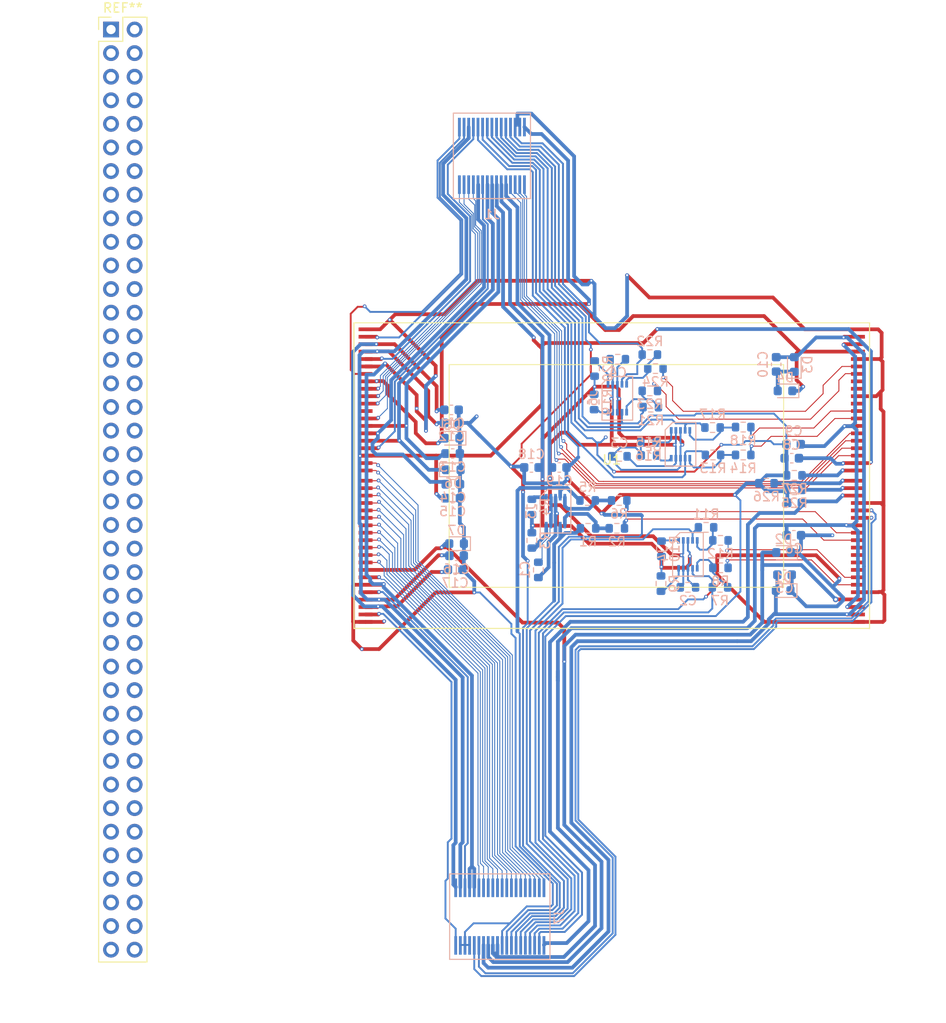
<source format=kicad_pcb>
(kicad_pcb (version 20240108) (generator "pcbnew") (generator_version "8.0")
  (layers (0 "F.Cu" signal) (31 "B.Cu" signal) (34 "B.Paste" user) (35 "F.Paste" user) (36 "B.SilkS" user "B.Silkscreen") (37 "F.SilkS" user "F.Silkscreen") (38 "B.Mask" user) (39 "F.Mask" user) (44 "Edge.Cuts" user))
  (net 0 "")
  (net 6 "GND")
  (net 9 "+5V")
  (net 10 "-1V3")
  (net 11 "+2V")
  (net 12 "+2V8")
  (net 13 "A3+")
  (net 14 "A2+")
  (net 15 "A3-")
  (net 16 "A2-")
  (net 17 "A0-")
  (net 18 "A1+")
  (net 19 "A0+")
  (net 20 "A1-")
  (net 21 "+2V4")
  (net 22 "Net-(J4-Pin_1)")
  (net 23 "Net-(J4-Pin_10)")
  (net 24 "Net-(J4-Pin_5)")
  (net 25 "Net-(J4-Pin_6)")
  (net 26 "Net-(J3-Pin_1)")
  (net 27 "Net-(J3-Pin_10)")
  (net 28 "Net-(J3-Pin_5)")
  (net 29 "Net-(J3-Pin_6)")
  (net 31 "+1V5")
  (net 32 "Net-(J5-Pin_10)")
  (net 33 "Net-(J5-Pin_6)")
  (net 34 "Net-(J5-Pin_1)")
  (net 35 "Net-(J5-Pin_5)")
  (net 36 "Net-(J6-Pin_6)")
  (net 37 "Net-(J6-Pin_10)")
  (net 38 "Net-(J6-Pin_5)")
  (net 39 "Net-(J6-Pin_1)")
  (net 40 "Net-(D3-K)")
  (net 41 "Net-(U1B-Pin_59)")
  (net 42 "Net-(U1B-Pin_60)")
  (net 43 "Net-(U1B-Pin_61)")
  (net 44 "SCK")
  (net 45 "CS")
  (net 46 "SDA")
  (net 47 "PXCLK_TOP")
  (net 48 "PXCLK_BOT")
  (net 49 "+1V3B")
  (net 50 "-1V3_UNUSED")
  (net 51 "MYSTERY_UNUSED")
  (net 52 "+1V3_TOP")
  (net 53 "+1V3_BOT")
  (net 54 "+5Vb")
  (net 55 "/OFF_3")
  (net 56 "/LINE_2")
  (net 57 "/FRAME_0")
  (net 58 "/LINE_1")
  (net 59 "/OFF_1")
  (net 60 "/OFF_0")
  (net 61 "/LINE_0")
  (net 62 "/LINE_12")
  (net 63 "/LINE_4")
  (net 64 "/LINE_9")
  (net 65 "/STARTUP_2")
  (net 66 "/OFF_7")
  (net 67 "/LINE_10")
  (net 68 "/STARTUP_0")
  (net 69 "/STARTUP_1")
  (net 70 "/LINE_11")
  (net 71 "/LINE_5")
  (net 72 "/LINE_6")
  (net 73 "/LINE_7")
  (net 74 "/OFF_5")
  (net 75 "/OFF_4")
  (net 76 "/ON_1")
  (net 77 "/FRAME_1")
  (net 78 "/LINE_3")
  (net 79 "/OFF_6")
  (net 80 "/LINE_8")
  (net 81 "/mystery_2/a+_in")
  (net 82 "/mystery_2/a-_in")
  (net 83 "/mystery_3/a+_in")
  (net 84 "/mystery_3/a-_in")
  (net 85 "/mystery_1/a+_in")
  (net 86 "/mystery_1/a-_in")
  (net 87 "/mystery_0/a+_in")
  (net 88 "/mystery_0/a-_in")
  (footprint "Connector_PinHeader_2.54mm:PinHeader_2x40_P2.54mm_Vertical" (layer "F.Cu") (at 94 37.35)
    (property "Reference" "REF**")
    (property "Value" "PinHeader_2x40_P2.54mm_Vertical")
  )
  (footprint "2d5:2d5" (layer "F.Cu") (at 147.9 85.425)
    (property "Reference" "U1")
    (property "Value" "~")
  )
  (footprint "Resistor_SMD:R_0603_1608Metric" (layer "B.Cu") (at 156.1 97.4)
    (property "Reference" "C2")
    (property "Value" "C")
  )
  (footprint "Resistor_SMD:R_0603_1608Metric" (layer "B.Cu") (at 164.55 86.2)
    (property "Reference" "R26")
    (property "Value" "R")
  )
  (footprint "2d5:SOIC-10" (layer "B.Cu") (at 155.3 82)
    (property "Reference" "J5")
    (property "Value" "Conn_02x05_Counter_Clockwise")
  )
  (footprint "Capacitor_SMD:C_0603_1608Metric" (layer "B.Cu") (at 131.2 94)
    (property "Reference" "C16")
    (property "Value" "C")
  )
  (footprint "Resistor_SMD:R_0603_1608Metric" (layer "B.Cu") (at 158.75 80.2 180)
    (property "Reference" "R17")
    (property "Value" "R")
  )
  (footprint "Diode_SMD:D_0603_1608Metric" (layer "B.Cu") (at 167.55 73.4125 90)
    (property "Reference" "D3")
    (property "Value" "D")
  )
  (footprint "Capacitor_SMD:C_0603_1608Metric" (layer "B.Cu") (at 167.275 83.5 180)
    (property "Reference" "C8")
    (property "Value" "C")
  )
  (footprint "Capacitor_SMD:C_0603_1608Metric" (layer "B.Cu") (at 130.8 86.3)
    (property "Reference" "C14")
    (property "Value" "C")
  )
  (footprint "2d5:SOIC-10" (layer "B.Cu") (at 148.5 77.05)
    (property "Reference" "J6")
    (property "Value" "Conn_02x05_Counter_Clockwise")
  )
  (footprint "Diode_SMD:D_0603_1608Metric" (layer "B.Cu") (at 166.55 76.25 180)
    (property "Reference" "D4")
    (property "Value" "D")
  )
  (footprint "Resistor_SMD:R_0603_1608Metric" (layer "B.Cu") (at 148.725 83.3 180)
    (property "Reference" "C3")
    (property "Value" "C")
  )
  (footprint "Capacitor_SMD:C_0603_1608Metric" (layer "B.Cu") (at 167.475 82 180)
    (property "Reference" "C9")
    (property "Value" "C")
  )
  (footprint "Resistor_SMD:R_0603_1608Metric" (layer "B.Cu") (at 159.6 92.35)
    (property "Reference" "R12")
    (property "Value" "R")
  )
  (footprint "Resistor_SMD:R_0603_1608Metric" (layer "B.Cu") (at 152 72.35 180)
    (property "Reference" "R22")
    (property "Value" "R")
  )
  (footprint "Capacitor_SMD:C_0603_1608Metric" (layer "B.Cu") (at 166.5 96.05)
    (property "Reference" "C5")
    (property "Value" "C")
  )
  (footprint "Resistor_SMD:R_0603_1608Metric" (layer "B.Cu") (at 148.45 91.05)
    (property "Reference" "R2")
    (property "Value" "R")
  )
  (footprint "Resistor_SMD:R_0603_1608Metric" (layer "B.Cu") (at 167.55 85.35)
    (property "Reference" "R27")
    (property "Value" "R")
  )
  (footprint "Resistor_SMD:R_0603_1608Metric" (layer "B.Cu") (at 148.55 72.85)
    (property "Reference" "C4")
    (property "Value" "C")
  )
  (footprint "2d5:SOIC-10" (layer "B.Cu") (at 141.85 89.2)
    (property "Reference" "J3")
    (property "Value" "Conn_02x05_Counter_Clockwise")
  )
  (footprint "Resistor_SMD:R_0603_1608Metric" (layer "B.Cu") (at 153.25 93.25 90)
    (property "Reference" "R10")
    (property "Value" "R")
  )
  (footprint "Diode_SMD:D_0603_1608Metric" (layer "B.Cu") (at 130.7125 81.35 180)
    (property "Reference" "D5")
    (property "Value" "D")
  )
  (footprint "Resistor_SMD:R_0603_1608Metric" (layer "B.Cu") (at 167.55 86.9)
    (property "Reference" "R25")
    (property "Value" "R")
  )
  (footprint "Resistor_SMD:R_0603_1608Metric" (layer "B.Cu") (at 159.6 95.3)
    (property "Reference" "R8")
    (property "Value" "R")
  )
  (footprint "Resistor_SMD:R_0603_1608Metric" (layer "B.Cu") (at 162.05 80.15)
    (property "Reference" "R18")
    (property "Value" "R")
  )
  (footprint "2d5:AXK5F30" (layer "B.Cu") (at 135 50.85 90)
    (property "Reference" "J1")
    (property "Value" "Conn_02x15_Odd_Even")
  )
  (footprint "Resistor_SMD:R_0603_1608Metric" (layer "B.Cu") (at 145.3 88.05 180)
    (property "Reference" "R5")
    (property "Value" "R")
  )
  (footprint "Capacitor_SMD:C_0603_1608Metric" (layer "B.Cu") (at 130.775 83)
    (property "Reference" "C13")
    (property "Value" "C")
  )
  (footprint "Capacitor_SMD:C_0603_1608Metric" (layer "B.Cu") (at 142.25 84.5)
    (property "Reference" "C19")
    (property "Value" "C")
  )
  (footprint "Resistor_SMD:R_0603_1608Metric" (layer "B.Cu") (at 162.05 83.15)
    (property "Reference" "R14")
    (property "Value" "R")
  )
  (footprint "Resistor_SMD:R_0603_1608Metric" (layer "B.Cu") (at 146 77.45 90)
    (property "Reference" "R19")
    (property "Value" "R")
  )
  (footprint "Resistor_SMD:R_0603_1608Metric" (layer "B.Cu") (at 152 76.25)
    (property "Reference" "R23")
    (property "Value" "R")
  )
  (footprint "Diode_SMD:D_0603_1608Metric" (layer "B.Cu") (at 166.4 93.65 180)
    (property "Reference" "D2")
    (property "Value" "D")
  )
  (footprint "Diode_SMD:D_0603_1608Metric" (layer "B.Cu") (at 130.8375 84.75)
    (property "Reference" "D6")
    (property "Value" "D")
  )
  (footprint "Capacitor_SMD:C_0603_1608Metric" (layer "B.Cu") (at 165.6 73.4 -90)
    (property "Reference" "C10")
    (property "Value" "C")
  )
  (footprint "Resistor_SMD:R_0603_1608Metric" (layer "B.Cu") (at 151.85 81.8)
    (property "Reference" "R16")
    (property "Value" "R")
  )
  (footprint "Resistor_SMD:R_0603_1608Metric" (layer "B.Cu") (at 148.7 88.05)
    (property "Reference" "R6")
    (property "Value" "R")
  )
  (footprint "Capacitor_SMD:C_0603_1608Metric" (layer "B.Cu") (at 139.25 84.5 180)
    (property "Reference" "C18")
    (property "Value" "C")
  )
  (footprint "Capacitor_SMD:C_0603_1608Metric" (layer "B.Cu") (at 167.575 88.3 180)
    (property "Reference" "C7")
    (property "Value" "C")
  )
  (footprint "Resistor_SMD:R_0603_1608Metric" (layer "B.Cu") (at 140 95.525 -90)
    (property "Reference" "C1")
    (property "Value" "C")
  )
  (footprint "Resistor_SMD:R_0603_1608Metric" (layer "B.Cu") (at 151.9 83.2 180)
    (property "Reference" "R15")
    (property "Value" "R")
  )
  (footprint "Capacitor_SMD:C_0603_1608Metric" (layer "B.Cu") (at 131.05 95.5)
    (property "Reference" "C17")
    (property "Value" "C")
  )
  (footprint "Resistor_SMD:R_0603_1608Metric" (layer "B.Cu") (at 153.2 97 90)
    (property "Reference" "R9")
    (property "Value" "R")
  )
  (footprint "2d5:SOIC-10" (layer "B.Cu") (at 156.1 93.85)
    (property "Reference" "J4")
    (property "Value" "Conn_02x05_Counter_Clockwise")
  )
  (footprint "Capacitor_SMD:C_0603_1608Metric" (layer "B.Cu") (at 167.5 91.8)
    (property "Reference" "C6")
    (property "Value" "C")
  )
  (footprint "Resistor_SMD:R_0603_1608Metric" (layer "B.Cu") (at 158.8 83.15)
    (property "Reference" "R13")
    (property "Value" "R")
  )
  (footprint "Capacitor_SMD:C_0603_1608Metric" (layer "B.Cu") (at 130.775 87.8)
    (property "Reference" "C15")
    (property "Value" "C")
  )
  (footprint "Resistor_SMD:R_0603_1608Metric" (layer "B.Cu") (at 139.3 92.35 90)
    (property "Reference" "R3")
    (property "Value" "R")
  )
  (footprint "Diode_SMD:D_0603_1608Metric" (layer "B.Cu") (at 166.35 97.75 180)
    (property "Reference" "D1")
    (property "Value" "D")
  )
  (footprint "Resistor_SMD:R_0603_1608Metric" (layer "B.Cu") (at 146.05 73.85 90)
    (property "Reference" "R20")
    (property "Value" "R")
  )
  (footprint "Resistor_SMD:R_0603_1608Metric" (layer "B.Cu") (at 159.55 97.4)
    (property "Reference" "R7")
    (property "Value" "R")
  )
  (footprint "Resistor_SMD:R_0603_1608Metric" (layer "B.Cu") (at 139.3 88.75 90)
    (property "Reference" "R4")
    (property "Value" "R")
  )
  (footprint "Resistor_SMD:R_0603_1608Metric" (layer "B.Cu") (at 158.05 90.95 180)
    (property "Reference" "R11")
    (property "Value" "R")
  )
  (footprint "2d5:AXK5F40" (layer "B.Cu") (at 135.85 132.85 90)
    (property "Reference" "J7")
    (property "Value" "Conn_02x20_Odd_Even")
  )
  (footprint "Diode_SMD:D_0603_1608Metric" (layer "B.Cu") (at 131.2 92.7 180)
    (property "Reference" "D7")
    (property "Value" "D")
  )
  (footprint "Resistor_SMD:R_0603_1608Metric" (layer "B.Cu") (at 152.1 78)
    (property "Reference" "R21")
    (property "Value" "R")
  )
  (footprint "Capacitor_SMD:C_0603_1608Metric" (layer "B.Cu") (at 130.65 78.3)
    (property "Reference" "C11")
    (property "Value" "C")
  )
  (footprint "Resistor_SMD:R_0603_1608Metric" (layer "B.Cu") (at 145.35 91.05)
    (property "Reference" "R1")
    (property "Value" "R")
  )
  (footprint "Resistor_SMD:R_0603_1608Metric" (layer "B.Cu") (at 152.6 73.85)
    (property "Reference" "R24")
    (property "Value" "R")
  )
  (footprint "Capacitor_SMD:C_0603_1608Metric" (layer "B.Cu") (at 130.65 79.7)
    (property "Reference" "C12")
    (property "Value" "C")
  )
  (segment (start 120.075 103.125) (end 121 104.05) (width 0.4) (layer "F.Cu") (net 6))
  (segment (start 176.95 72.65) (end 176.775 72.825) (width 0.4) (layer "F.Cu") (net 6))
  (segment (start 120.175 97.125) (end 121.4 97.125) (width 0.4) (layer "F.Cu") (net 6))
  (segment (start 176.575 69.625) (end 176.95 70) (width 0.4) (layer "F.Cu") (net 6))
  (segment (start 159.8 96.65) (end 159.8 96.6) (width 0.2) (layer "F.Cu") (net 6))
  (segment (start 123.175 73.625) (end 123.5 73.3) (width 0.4) (layer "F.Cu") (net 6))
  (segment (start 168.675 69.625) (end 165.25 66.2) (width 0.4) (layer "F.Cu") (net 6))
  (segment (start 176.95 97.9) (end 176.65 97.9) (width 0.4) (layer "F.Cu") (net 6))
  (segment (start 177.05 73.1) (end 176.775 72.825) (width 0.4) (layer "F.Cu") (net 6))
  (segment (start 120.05 101.1) (end 120.05 97.25) (width 0.4) (layer "F.Cu") (net 6))
  (segment (start 177.25 98.2) (end 177.25 100.95) (width 0.4) (layer "F.Cu") (net 6))
  (segment (start 138.2 81.95) (end 138.2 83.25) (width 0.2) (layer "F.Cu") (net 6))
  (segment (start 148.15 84.95) (end 156.8 84.95) (width 0.2) (layer "F.Cu") (net 6))
  (segment (start 177.05 76.15) (end 177.05 73.1) (width 0.4) (layer "F.Cu") (net 6))
  (segment (start 121.4 97.125) (end 123.275 97.125) (width 0.4) (layer "F.Cu") (net 6))
  (segment (start 121.4 69.625) (end 122.975 69.625) (width 0.4) (layer "F.Cu") (net 6))
  (segment (start 177.075 101.125) (end 177.25 100.95) (width 0.4) (layer "F.Cu") (net 6))
  (segment (start 176.875 88.325) (end 177.15 88.6) (width 0.4) (layer "F.Cu") (net 6))
  (segment (start 176.65 97.9) (end 176.625 97.925) (width 0.4) (layer "F.Cu") (net 6))
  (segment (start 172.4 96.45) (end 169.9 93.95) (width 0.4) (layer "F.Cu") (net 6))
  (segment (start 128.95 73.55) (end 124 68.6) (width 0.4) (layer "F.Cu") (net 6))
  (segment (start 176.95 97.9) (end 177.25 98.2) (width 0.4) (layer "F.Cu") (net 6))
  (segment (start 128.95 97.95) (end 133.1 97.95) (width 0.4) (layer "F.Cu") (net 6))
  (segment (start 151.95 66.2) (end 149.55 63.8) (width 0.4) (layer "F.Cu") (net 6))
  (segment (start 165.25 66.2) (end 151.95 66.2) (width 0.4) (layer "F.Cu") (net 6))
  (segment (start 176.375 76.825) (end 174.4 76.825) (width 0.4) (layer "F.Cu") (net 6))
  (segment (start 120.05 97.25) (end 120.175 97.125) (width 0.4) (layer "F.Cu") (net 6))
  (segment (start 176.85 78.2) (end 176.85 76.35) (width 0.4) (layer "F.Cu") (net 6))
  (segment (start 122.975 69.625) (end 124 68.6) (width 0.4) (layer "F.Cu") (net 6))
  (segment (start 121 104.05) (end 122.85 104.05) (width 0.4) (layer "F.Cu") (net 6))
  (segment (start 121.4 101.125) (end 120.075 101.125) (width 0.4) (layer "F.Cu") (net 6))
  (segment (start 174.4 69.625) (end 168.675 69.625) (width 0.4) (layer "F.Cu") (net 6))
  (segment (start 176.95 97.9) (end 177.15 97.7) (width 0.4) (layer "F.Cu") (net 6))
  (segment (start 124.6 68) (end 129.85 68) (width 0.4) (layer "F.Cu") (net 6))
  (segment (start 124 68.6) (end 124.6 68) (width 0.4) (layer "F.Cu") (net 6))
  (segment (start 159.8 96.6) (end 164.325 101.125) (width 0.4) (layer "F.Cu") (net 6))
  (segment (start 174.4 101.125) (end 177.075 101.125) (width 0.4) (layer "F.Cu") (net 6))
  (segment (start 158.05 98.4) (end 159.8 96.65) (width 0.2) (layer "F.Cu") (net 6))
  (segment (start 121.4 73.625) (end 123.175 73.625) (width 0.4) (layer "F.Cu") (net 6))
  (segment (start 133.45 64.4) (end 145.7 64.4) (width 0.4) (layer "F.Cu") (net 6))
  (segment (start 145.65 74.5) (end 138.2 81.95) (width 0.2) (layer "F.Cu") (net 6))
  (segment (start 169.9 93.95) (end 159.25 93.95) (width 0.4) (layer "F.Cu") (net 6))
  (segment (start 174.4 69.625) (end 176.575 69.625) (width 0.4) (layer "F.Cu") (net 6))
  (segment (start 128.95 74.65) (end 128.95 73.55) (width 0.4) (layer "F.Cu") (net 6))
  (segment (start 176.95 70) (end 176.95 72.65) (width 0.4) (layer "F.Cu") (net 6))
  (segment (start 159.25 96.05) (end 159.8 96.6) (width 0.4) (layer "F.Cu") (net 6))
  (segment (start 177.15 78.5) (end 176.85 78.2) (width 0.4) (layer "F.Cu") (net 6))
  (segment (start 156.8 84.95) (end 159.7 82.05) (width 0.2) (layer "F.Cu") (net 6))
  (segment (start 123.5 73.3) (end 126.9 76.7) (width 0.4) (layer "F.Cu") (net 6))
  (segment (start 138.35 85.7) (end 137.05 84.4) (width 0.4) (layer "F.Cu") (net 6))
  (segment (start 177.15 97.7) (end 177.15 78.5) (width 0.4) (layer "F.Cu") (net 6))
  (segment (start 122.85 104.05) (end 127.5 99.4) (width 0.4) (layer "F.Cu") (net 6))
  (segment (start 176.85 76.35) (end 176.375 76.825) (width 0.4) (layer "F.Cu") (net 6))
  (segment (start 123.325 101.125) (end 123.4 101.05) (width 0.4) (layer "F.Cu") (net 6))
  (segment (start 126.9 78.15) (end 126.9 78.45) (width 0.4) (layer "F.Cu") (net 6))
  (segment (start 121.4 101.125) (end 123.325 101.125) (width 0.4) (layer "F.Cu") (net 6))
  (segment (start 123.275 97.125) (end 123.35 97.05) (width 0.4) (layer "F.Cu") (net 6))
  (segment (start 146.8 89.4) (end 146.8 89.45) (width 0.4) (layer "F.Cu") (net 6))
  (segment (start 176.85 76.35) (end 177.05 76.15) (width 0.4) (layer "F.Cu") (net 6))
  (segment (start 120.075 101.125) (end 120.075 103.125) (width 0.4) (layer "F.Cu") (net 6))
  (segment (start 138.2 83.25) (end 137.05 84.4) (width 0.2) (layer "F.Cu") (net 6))
  (segment (start 145.65 71.8) (end 145.65 74.5) (width 0.2) (layer "F.Cu") (net 6))
  (segment (start 126.9 76.7) (end 126.9 78.15) (width 0.4) (layer "F.Cu") (net 6))
  (segment (start 174.4 88.325) (end 176.875 88.325) (width 0.4) (layer "F.Cu") (net 6))
  (segment (start 138.35 87.15) (end 138.35 85.7) (width 0.4) (layer "F.Cu") (net 6))
  (segment (start 176.775 72.825) (end 174.4 72.825) (width 0.4) (layer "F.Cu") (net 6))
  (segment (start 120.075 101.125) (end 120.05 101.1) (width 0.4) (layer "F.Cu") (net 6))
  (segment (start 127.9 79.45) (end 127.9 80.55) (width 0.4) (layer "F.Cu") (net 6))
  (segment (start 176.625 97.925) (end 174.4 97.925) (width 0.4) (layer "F.Cu") (net 6))
  (segment (start 126.9 78.45) (end 127.9 79.45) (width 0.4) (layer "F.Cu") (net 6))
  (segment (start 159.25 93.95) (end 159.25 96.05) (width 0.4) (layer "F.Cu") (net 6))
  (segment (start 148.8 87.45) (end 146.8 89.45) (width 0.4) (layer "F.Cu") (net 6))
  (segment (start 129.85 68) (end 133.45 64.4) (width 0.4) (layer "F.Cu") (net 6))
  (segment (start 127.5 99.4) (end 128.95 97.95) (width 0.4) (layer "F.Cu") (net 6))
  (segment (start 164.325 101.125) (end 174.4 101.125) (width 0.4) (layer "F.Cu") (net 6))
  (segment (start 161.15 87.45) (end 148.8 87.45) (width 0.4) (layer "F.Cu") (net 6))
  (segment (start 143.15 85.75) (end 146.8 89.4) (width 0.4) (layer "F.Cu") (net 6))
  (via (at 126.9 78.15) (size 0.4) (drill 0.2) (layers "F.Cu" "B.Cu") (net 6))
  (via (at 161.15 87.45) (size 0.4) (drill 0.2) (layers "F.Cu" "B.Cu") (net 6))
  (via (at 148.15 84.95) (size 0.4) (drill 0.2) (layers "F.Cu" "B.Cu") (net 6))
  (via (at 127.9 80.55) (size 0.4) (drill 0.2) (layers "F.Cu" "B.Cu") (net 6))
  (via (at 159.7 82.05) (size 0.4) (drill 0.2) (layers "F.Cu" "B.Cu") (net 6))
  (via (at 137.05 84.4) (size 0.4) (drill 0.2) (layers "F.Cu" "B.Cu") (net 6))
  (via (at 171.65 91.8) (size 0.4) (drill 0.2) (layers "F.Cu" "B.Cu") (net 6))
  (via (at 123.4 101.05) (size 0.4) (drill 0.2) (layers "F.Cu" "B.Cu") (net 6))
  (via (at 138.35 87.15) (size 0.4) (drill 0.2) (layers "F.Cu" "B.Cu") (net 6))
  (via (at 138.85 94.55) (size 0.4) (drill 0.2) (layers "F.Cu" "B.Cu") (net 6))
  (via (at 143.15 85.75) (size 0.4) (drill 0.2) (layers "F.Cu" "B.Cu") (net 6))
  (via (at 172.4 96.45) (size 0.4) (drill 0.2) (layers "F.Cu" "B.Cu") (net 6))
  (via (at 123.5 73.3) (size 0.4) (drill 0.2) (layers "F.Cu" "B.Cu") (net 6))
  (via (at 124 68.6) (size 0.4) (drill 0.2) (layers "F.Cu" "B.Cu") (net 6))
  (via (at 158.05 98.4) (size 0.4) (drill 0.2) (layers "F.Cu" "B.Cu") (net 6))
  (via (at 123.35 97.05) (size 0.4) (drill 0.2) (layers "F.Cu" "B.Cu") (net 6))
  (via (at 133.1 97.95) (size 0.4) (drill 0.2) (layers "F.Cu" "B.Cu") (net 6))
  (via (at 146.8 89.45) (size 0.4) (drill 0.2) (layers "F.Cu" "B.Cu") (net 6))
  (via (at 133.35 79) (size 0.4) (drill 0.2) (layers "F.Cu" "B.Cu") (net 6))
  (via (at 121 104.05) (size 0.4) (drill 0.2) (layers "F.Cu" "B.Cu") (net 6))
  (via (at 145.7 64.4) (size 0.4) (drill 0.2) (layers "F.Cu" "B.Cu") (net 6))
  (via (at 128.95 74.65) (size 0.4) (drill 0.2) (layers "F.Cu" "B.Cu") (net 6))
  (via (at 149.55 63.8) (size 0.4) (drill 0.2) (layers "F.Cu" "B.Cu") (net 6))
  (via (at 147.25 81.25) (size 0.4) (drill 0.2) (layers "F.Cu" "B.Cu") (net 6))
  (via (at 145.65 71.8) (size 0.4) (drill 0.2) (layers "F.Cu" "B.Cu") (net 6))
  (segment (start 144.35 68.65) (end 144.35 79.2) (width 0.2) (layer "B.Cu") (net 6))
  (segment (start 142.95 100.5) (end 159.1 100.5) (width 0.2) (layer "B.Cu") (net 6))
  (segment (start 140.25 134.5) (end 142.85 134.5) (width 0.2) (layer "B.Cu") (net 6))
  (segment (start 164.575 87.05) (end 163.725 86.2) (width 0.4) (layer "B.Cu") (net 6))
  (segment (start 141 52.3) (end 141 65.3) (width 0.2) (layer "B.Cu") (net 6))
  (segment (start 171.675 97.375) (end 172.4 96.65) (width 0.4) (layer "B.Cu") (net 6))
  (segment (start 134.5 49) (end 134.5 47.85) (width 0.2) (layer "B.Cu") (net 6))
  (segment (start 136.1 134.4) (end 136.925 133.575) (width 0.2) (layer "B.Cu") (net 6))
  (segment (start 135.5 47.85) (end 135.5 48.95) (width 0.2) (layer "B.Cu") (net 6))
  (segment (start 140.75 124.15) (end 140.75 102.7) (width 0.2) (layer "B.Cu") (net 6))
  (segment (start 139.7 51) (end 141 52.3) (width 0.2) (layer "B.Cu") (net 6))
  (segment (start 149.55 68.2) (end 148.25 69.5) (width 0.4) (layer "B.Cu") (net 6))
  (segment (start 138.55 86.2) (end 138.475 86.125) (width 0.4) (layer "B.Cu") (net 6))
  (segment (start 131.55 90.5) (end 131.9875 90.9375) (width 0.4) (layer "B.Cu") (net 6))
  (segment (start 143.025 84.5) (end 143.2 84.5) (width 0.4) (layer "B.Cu") (net 6))
  (segment (start 166.7 80.05) (end 166.7 82) (width 0.2) (layer "B.Cu") (net 6))
  (segment (start 166.725 86.9) (end 166.575 87.05) (width 0.4) (layer "B.Cu") (net 6))
  (segment (start 167.1375 97.75) (end 168.8375 99.45) (width 0.4) (layer "B.Cu") (net 6))
  (segment (start 167.95 93.65) (end 167.1875 93.65) (width 0.4) (layer "B.Cu") (net 6))
  (segment (start 152.1 78.9) (end 156.8 78.9) (width 0.2) (layer "B.Cu") (net 6))
  (segment (start 131.575 84.8) (end 131.625 84.75) (width 0.4) (layer "B.Cu") (net 6))
  (segment (start 146.05 64.75) (end 145.7 64.4) (width 0.4) (layer "B.Cu") (net 6))
  (segment (start 168.275 91.8) (end 171.65 91.8) (width 0.4) (layer "B.Cu") (net 6))
  (segment (start 172.4 96.65) (end 172.4 96.45) (width 0.4) (layer "B.Cu") (net 6))
  (segment (start 146.05 68.3) (end 146.05 68.05) (width 0.4) (layer "B.Cu") (net 6))
  (segment (start 131.55 86.325) (end 131.575 86.3) (width 0.4) (layer "B.Cu") (net 6))
  (segment (start 139.1 52.4) (end 136.65 52.4) (width 0.2) (layer "B.Cu") (net 6))
  (segment (start 166.725 85.35) (end 166.725 83.725) (width 0.4) (layer "B.Cu") (net 6))
  (segment (start 159.7 82.05) (end 161.9 82.05) (width 0.2) (layer "B.Cu") (net 6))
  (segment (start 168.275 91.8) (end 168.275 93.325) (width 0.4) (layer "B.Cu") (net 6))
  (segment (start 172.8 98.8) (end 172.8 98.5) (width 0.4) (layer "B.Cu") (net 6))
  (segment (start 161.75 88.05) (end 161.15 87.45) (width 0.2) (layer "B.Cu") (net 6))
  (segment (start 133.725 81.075) (end 133.35 80.7) (width 0.4) (layer "B.Cu") (net 6))
  (segment (start 168.8375 99.45) (end 172.15 99.45) (width 0.4) (layer "B.Cu") (net 6))
  (segment (start 139.4 51.7) (end 137.2 51.7) (width 0.2) (layer "B.Cu") (net 6))
  (segment (start 142.65 51.8) (end 142.65 64.75) (width 0.2) (layer "B.Cu") (net 6))
  (segment (start 146.05 68.05) (end 146.05 64.75) (width 0.4) (layer "B.Cu") (net 6))
  (segment (start 156.1 98.7) (end 157.75 98.7) (width 0.2) (layer "B.Cu") (net 6))
  (segment (start 131.575 86.3) (end 131.575 84.8) (width 0.4) (layer "B.Cu") (net 6))
  (segment (start 121.9 96.75) (end 121.9 96.45) (width 0.4) (layer "B.Cu") (net 6))
  (segment (start 140.45 49.6) (end 142.65 51.8) (width 0.2) (layer "B.Cu") (net 6))
  (segment (start 167.275 96.05) (end 167.275 97.6125) (width 0.4) (layer "B.Cu") (net 6))
  (segment (start 144.35 79.2) (end 145.3 80.15) (width 0.2) (layer "B.Cu") (net 6))
  (segment (start 139.1 124.75) (end 139.1 102.05) (width 0.2) (layer "B.Cu") (net 6))
  (segment (start 145.65 71.3) (end 145.65 71.8) (width 0.2) (layer "B.Cu") (net 6))
  (segment (start 140.15 65.55) (end 140.15 52.45) (width 0.2) (layer "B.Cu") (net 6))
  (segment (start 145.25 81.35) (end 143.55 79.65) (width 0.2) (layer "B.Cu") (net 6))
  (segment (start 141.55 129.28) (end 137.55 125.28) (width 0.2) (layer "B.Cu") (net 6))
  (segment (start 137.1 102.4) (end 137.1 101.35) (width 0.2) (layer "B.Cu") (net 6))
  (segment (start 141.55 131.55) (end 141.55 129.28) (width 0.2) (layer "B.Cu") (net 6))
  (segment (start 131.625 83.075) (end 131.55 83) (width 0.4) (layer "B.Cu") (net 6))
  (segment (start 140.1 134.65) (end 140.25 134.5) (width 0.2) (layer "B.Cu") (net 6))
  (segment (start 142.2 98.95) (end 142.2 93.05) (width 0.2) (layer "B.Cu") (net 6))
  (segment (start 133.1 97.95) (end 133.1 96.775) (width 0.4) (layer "B.Cu") (net 6))
  (segment (start 138.35 94.05) (end 138.35 87.15) (width 0.4) (layer "B.Cu") (net 6))
  (segment (start 132.85 106.9) (end 123.35 97.4) (width 0.4) (layer "B.Cu") (net 6))
  (segment (start 140.05 124.6) (end 143.9 128.45) (width 0.2) (layer "B.Cu") (net 6))
  (segment (start 137.5 47.85) (end 137.5 48.9) (width 0.2) (layer "B.Cu") (net 6))
  (segment (start 141.8 52.1) (end 140 50.3) (width 0.2) (layer "B.Cu") (net 6))
  (segment (start 165.35 78.7) (end 166.7 80.05) (width 0.2) (layer "B.Cu") (net 6))
  (segment (start 142.2 93.05) (end 143.3 91.95) (width 0.2) (layer "B.Cu") (net 6))
  (segment (start 145.95 68.05) (end 146.05 68.05) (width 0.2) (layer "B.Cu") (net 6))
  (segment (start 147.25 69.5) (end 146.05 68.3) (width 0.4) (layer "B.Cu") (net 6))
  (segment (start 136.65 52.4) (end 133.5 49.25) (width 0.2) (layer "B.Cu") (net 6))
  (segment (start 166.7 83.3) (end 166.5 83.5) (width 0.4) (layer "B.Cu") (net 6))
  (segment (start 146.25 81.8) (end 146.35 81.8) (width 0.2) (layer "B.Cu") (net 6))
  (segment (start 133.1 127.7) (end 133.1 129.7) (width 0.4) (layer "B.Cu") (net 6))
  (segment (start 131.6 135.9) (end 132.6 135.9) (width 0.2) (layer "B.Cu") (net 6))
  (segment (start 132.6 129.7) (end 132.6 127.7) (width 0.4) (layer "B.Cu") (net 6))
  (segment (start 139.4 52.7) (end 139.1 52.4) (width 0.2) (layer "B.Cu") (net 6))
  (segment (start 139.1 102.05) (end 142.2 98.95) (width 0.2) (layer "B.Cu") (net 6))
  (segment (start 165.35 82) (end 166.7 82) (width 0.2) (layer "B.Cu") (net 6))
  (segment (start 133.5 49.25) (end 133.5 47.85) (width 0.2) (layer "B.Cu") (net 6))
  (segment (start 157.75 98.7) (end 158.05 98.4) (width 0.2) (layer "B.Cu") (net 6))
  (segment (start 132.35 79.7) (end 132.65 79.7) (width 0.4) (layer "B.Cu") (net 6))
  (segment (start 137.75 46.4) (end 137.75 47.6) (width 0.4) (layer "B.Cu") (net 6))
  (segment (start 142.35 133.8) (end 139.9 133.8) (width 0.2) (layer "B.Cu") (net 6))
  (segment (start 133.1 96.775) (end 131.825 95.5) (width 0.4) (layer "B.Cu") (net 6))
  (segment (start 140.05 102.3) (end 140.05 124.6) (width 0.2) (layer "B.Cu") (net 6))
  (segment (start 131.425 79.7) (end 131.425 78.3) (width 0.4) (layer "B.Cu") (net 6))
  (segment (start 141.35 131.75) (end 141.55 131.55) (width 0.2) (layer "B.Cu") (net 6))
  (segment (start 145.1 70.75) (end 145.1 68.25) (width 0.2) (layer "B.Cu") (net 6))
  (segment (start 131.425 79.7) (end 132.35 79.7) (width 0.4) (layer "B.Cu") (net 6))
  (segment (start 131.55 87.8) (end 131.55 90.5) (width 0.4) (layer "B.Cu") (net 6))
  (segment (start 143.9 132.25) (end 142.35 133.8) (width 0.2) (layer "B.Cu") (net 6))
  (segment (start 137.75 47.6) (end 138 47.85) (width 0.2) (layer "B.Cu") (net 6))
  (segment (start 147 89.45) (end 147.15 89.6) (width 0.4) (layer "B.Cu") (net 6))
  (segment (start 140.1 135.9) (end 140.1 134.65) (width 0.2) (layer "B.Cu") (net 6))
  (segment (start 139.1 132.5) (end 141.7 132.5) (width 0.2) (layer "B.Cu") (net 6))
  (segment (start 137.1 135.9) (end 137.1 134.5) (width 0.2) (layer "B.Cu") (net 6))
  (segment (start 163.725 86.2) (end 162.4 86.2) (width 0.4) (layer "B.Cu") (net 6))
  (segment (start 137.55 51) (end 139.7 51) (width 0.2) (layer "B.Cu") (net 6))
  (segment (start 163.725 86.2) (end 164.575 85.35) (width 0.4) (layer "B.Cu") (net 6))
  (segment (start 138.35 101.75) (end 138.85 101.25) (width 0.2) (layer "B.Cu") (net 6))
  (segment (start 165 81.65) (end 165.35 82) (width 0.2) (layer "B.Cu") (net 6))
  (segment (start 166.8 86.975) (end 166.725 86.9) (width 0.4) (layer "B.Cu") (net 6))
  (segment (start 131.9875 92.7) (end 131.9875 93.9875) (width 0.4) (layer "B.Cu") (net 6))
  (segment (start 138.475 86.125) (end 138.475 84.5) (width 0.4) (layer "B.Cu") (net 6))
  (segment (start 146.7 81.8) (end 147.25 81.25) (width 0.2) (layer "B.Cu") (net 6))
  (segment (start 143.15 128.8) (end 139.1 124.75) (width 0.2) (layer "B.Cu") (net 6))
  (segment (start 136.5 49) (end 136.5 47.85) (width 0.2) (layer "B.Cu") (net 6))
  (segment (start 132.85 127.45) (end 133.1 127.7) (width 0.4) (layer "B.Cu") (net 6))
  (segment (start 143.15 132) (end 143.15 128.8) (width 0.2) (layer "B.Cu") (net 6))
  (segment (start 146.35 81.8) (end 146.35 83.15) (width 0.2) (layer "B.Cu") (net 6))
  (segment (start 137.8 50.3) (end 136.5 49) (width 0.2) (layer "B.Cu") (net 6))
  (segment (start 121.9 96.45) (end 121.5 96.05) (width 0.4) (layer "B.Cu") (net 6))
  (segment (start 145.3 80.15) (end 150.85 80.15) (width 0.2) (layer "B.Cu") (net 6))
  (segment (start 141.7 132.5) (end 142.3 131.9) (width 0.2) (layer "B.Cu") (net 6))
  (segment (start 144.3 82.25) (end 142.85 80.8) (width 0.2) (layer "B.Cu") (net 6))
  (segment (start 145.1 68.25) (end 141.8 64.95) (width 0.2) (layer "B.Cu") (net 6))
  (segment (start 155.05 99.75) (end 142.6 99.75) (width 0.2) (layer "B.Cu") (net 6))
  (segment (start 136.925 133.575) (end 138.75 131.75) (width 0.2) (layer "B.Cu") (net 6))
  (segment (start 142.7 86.2) (end 138.55 86.2) (width 0.4) (layer "B.Cu") (net 6))
  (segment (start 145.3 64.8) (end 144.75 64.8) (width 0.4) (layer "B.Cu") (net 6))
  (segment (start 166.575 87.05) (end 164.575 87.05) (width 0.4) (layer "B.Cu") (net 6))
  (segment (start 143.025 85.625) (end 143.15 85.75) (width 0.4) (layer "B.Cu") (net 6))
  (segment (start 161.75 97.85) (end 161.75 88.05) (width 0.2) (layer "B.Cu") (net 6))
  (segment (start 156.8 78.9) (end 157 78.7) (width 0.2) (layer "B.Cu") (net 6))
  (segment (start 146.8 89.45) (end 147 89.45) (width 0.4) (layer "B.Cu") (net 6))
  (segment (start 127.9 75.7) (end 128.95 74.65) (width 0.4) (layer "B.Cu") (net 6))
  (segment (start 137.55 125.28) (end 137.55 102.85) (width 0.2) (layer "B.Cu") (net 6))
  (segment (start 145.575 71.225) (end 145.1 70.75) (width 0.2) (layer "B.Cu") (net 6))
  (segment (start 156.1 98.7) (end 155.05 99.75) (width 0.2) (layer "B.Cu") (net 6))
  (segment (start 137.05 84.4) (end 133.725 81.075) (width 0.4) (layer "B.Cu") (net 6))
  (segment (start 140.15 52.45) (end 139.4 51.7) (width 0.2) (layer "B.Cu") (net 6))
  (segment (start 137.5 48.9) (end 138.2 49.6) (width 0.2) (layer "B.Cu") (net 6))
  (segment (start 143.15 85.75) (end 142.7 86.2) (width 0.4) (layer "B.Cu") (net 6))
  (segment (start 122.3 74.5) (end 121.5 74.5) (width 0.4) (layer "B.Cu") (net 6))
  (segment (start 139.4 66) (end 139.4 52.7) (width 0.2) (layer "B.Cu") (net 6))
  (segment (start 149.55 63.8) (end 149.55 68.2) (width 0.4) (layer "B.Cu") (net 6))
  (segment (start 140 50.3) (end 137.8 50.3) (width 0.2) (layer "B.Cu") (net 6))
  (segment (start 146.35 83.15) (end 148.15 84.95) (width 0.2) (layer "B.Cu") (net 6))
  (segment (start 139.25 46.4) (end 137.75 46.4) (width 0.4) (layer "B.Cu") (net 6))
  (segment (start 145.7 64.4) (end 145.3 64.8) (width 0.4) (layer "B.Cu") (net 6))
  (segment (start 164.575 85.35) (end 166.725 85.35) (width 0.4) (layer "B.Cu") (net 6))
  (segment (start 144.75 64.8) (end 143.85 63.9) (width 0.4) (layer "B.Cu") (net 6))
  (segment (start 161.9 82.05) (end 162.3 81.65) (width 0.2) (layer "B.Cu") (net 6))
  (segment (start 123.35 97.05) (end 122.2 97.05) (width 0.4) (layer "B.Cu") (net 6))
  (segment (start 137.55 102.85) (end 137.1 102.4) (width 0.2) (layer "B.Cu") (net 6))
  (segment (start 138.1 134.5) (end 139.45 133.15) (width 0.2) (layer "B.Cu") (net 6))
  (segment (start 137.2 51.7) (end 134.5 49) (width 0.2) (layer "B.Cu") (net 6))
  (segment (start 132.1 134.5) (end 132.1 135.95) (width 0.2) (layer "B.Cu") (net 6))
  (segment (start 166.8 88.3) (end 166.8 86.975) (width 0.4) (layer "B.Cu") (net 6))
  (segment (start 143.3 91.95) (end 150.85 91.95) (width 0.2) (layer "B.Cu") (net 6))
  (segment (start 136.1 135.9) (end 136.1 134.4) (width 0.2) (layer "B.Cu") (net 6))
  (segment (start 131.55 83) (end 131.55 81.4) (width 0.4) (layer "B.Cu") (net 6))
  (segment (start 143.025 84.5) (end 143.025 85.625) (width 0.4) (layer "B.Cu") (net 6))
  (segment (start 132.65 79.7) (end 133.35 79) (width 0.4) (layer "B.Cu") (net 6))
  (segment (start 135.5 48.95) (end 137.55 51) (width 0.2) (layer "B.Cu") (net 6))
  (segment (start 138.35 125.25) (end 138.35 101.75) (width 0.2) (layer "B.Cu") (net 6))
  (segment (start 131.625 84.75) (end 131.625 83.075) (width 0.4) (layer "B.Cu") (net 6))
  (segment (start 167.275 97.6125) (end 167.1375 97.75) (width 0.4) (layer "B.Cu") (net 6))
  (segment (start 171.675 97.375) (end 167.95 93.65) (width 0.4) (layer "B.Cu") (net 6))
  (segment (start 142.3 129.2) (end 138.35 125.25) (width 0.2) (layer "B.Cu") (net 6))
  (segment (start 139.45 133.15) (end 142 133.15) (width 0.2) (layer "B.Cu") (net 6))
  (segment (start 132.6 127.7) (end 132.85 127.45) (width 0.4) (layer "B.Cu") (net 6))
  (segment (start 138.85 101.25) (end 138.85 94.55) (width 0.2) (layer "B.Cu") (net 6))
  (segment (start 151.05 89.6) (end 151.15 89.7) (width 0.4) (layer "B.Cu") (net 6))
  (segment (start 144.3 83.4) (end 144.3 82.25) (width 0.2) (layer "B.Cu") (net 6))
  (segment (start 148.25 69.5) (end 147.25 69.5) (width 0.4) (layer "B.Cu") (net 6))
  (segment (start 162.3 81.65) (end 165 81.65) (width 0.2) (layer "B.Cu") (net 6))
  (segment (start 138.1 135.9) (end 138.1 134.5) (width 0.2) (layer "B.Cu") (net 6))
  (segment (start 127.9 80.55) (end 127.9 75.7) (width 0.4) (layer "B.Cu") (net 6))
  (segment (start 166.725 83.725) (end 166.5 83.5) (width 0.4) (layer "B.Cu") (net 6))
  (segment (start 141 65.3) (end 144.35 68.65) (width 0.2) (layer "B.Cu") (net 6))
  (segment (start 151.15 91.65) (end 151.15 89.7) (width 0.2) (layer "B.Cu") (net 6))
  (segment (start 145.575 71.225) (end 145.65 71.3) (width 0.2) (layer "B.Cu") (net 6))
  (segment (start 143.2 84.5) (end 144.3 83.4) (width 0.4) (layer "B.Cu") (net 6))
  (segment (start 121.5 96.05) (end 121.5 74.5) (width 0.4) (layer "B.Cu") (net 6))
  (segment (start 142.3 131.9) (end 142.3 129.2) (width 0.2) (layer "B.Cu") (net 6))
  (segment (start 139.1 135.9) (end 139.1 134.6) (width 0.2) (layer "B.Cu") (net 6))
  (segment (start 138.85 94.55) (end 138.35 94.05) (width 0.4) (layer "B.Cu") (net 6))
  (segment (start 123.5 73.3) (end 122.3 74.5) (width 0.4) (layer "B.Cu") (net 6))
  (segment (start 137.5 47.85) (end 137.75 47.6) (width 0.2) (layer "B.Cu") (net 6))
  (segment (start 141.8 64.95) (end 141.8 52.1) (width 0.2) (layer "B.Cu") (net 6))
  (segment (start 131.5 79.775) (end 131.425 79.7) (width 0.4) (layer "B.Cu") (net 6))
  (segment (start 131.55 81.4) (end 131.5 81.35) (width 0.4) (layer "B.Cu") (net 6))
  (segment (start 123.35 97.4) (end 123.35 97.05) (width 0.4) (layer "B.Cu") (net 6))
  (segment (start 131.975 95.35) (end 131.825 95.5) (width 0.4) (layer "B.Cu") (net 6))
  (segment (start 136.925 133.575) (end 133.025 133.575) (width 0.2) (layer "B.Cu") (net 6))
  (segment (start 150.85 80.15) (end 152.1 78.9) (width 0.2) (layer "B.Cu") (net 6))
  (segment (start 131.975 94) (end 131.975 95.35) (width 0.4) (layer "B.Cu") (net 6))
  (segment (start 143.55 79.65) (end 143.55 68.95) (width 0.2) (layer "B.Cu") (net 6))
  (segment (start 145.8 81.35) (end 145.25 81.35) (width 0.2) (layer "B.Cu") (net 6))
  (segment (start 133.7 97.95) (end 133.1 97.95) (width 0.2) (layer "B.Cu") (net 6))
  (segment (start 168.275 93.325) (end 167.95 93.65) (width 0.4) (layer "B.Cu") (net 6))
  (segment (start 132.85 127.45) (end 132.85 106.9) (width 0.4) (layer "B.Cu") (net 6))
  (segment (start 143.9 128.45) (end 143.9 132.25) (width 0.2) (layer "B.Cu") (net 6))
  (segment (start 131.55 87.8) (end 131.55 86.325) (width 0.4) (layer "B.Cu") (net 6))
  (segment (start 132.35 79.7) (end 133.725 81.075) (width 0.4) (layer "B.Cu") (net 6))
  (segment (start 142.85 134.5) (end 144.7 132.65) (width 0.2) (layer "B.Cu") (net 6))
  (segment (start 144.7 128.1) (end 140.75 124.15) (width 0.2) (layer "B.Cu") (net 6))
  (segment (start 144.7 132.65) (end 144.7 128.1) (width 0.2) (layer "B.Cu") (net 6))
  (segment (start 142 133.15) (end 143.15 132) (width 0.2) (layer "B.Cu") (net 6))
  (segment (start 131.5 81.35) (end 131.5 79.775) (width 0.4) (layer "B.Cu") (net 6))
  (segment (start 142.85 69.45) (end 139.4 66) (width 0.2) (layer "B.Cu") (net 6))
  (segment (start 172.15 99.45) (end 172.8 98.8) (width 0.4) (layer "B.Cu") (net 6))
  (segment (start 142.65 64.75) (end 145.95 68.05) (width 0.2) (layer "B.Cu") (net 6))
  (segment (start 143.85 63.9) (end 143.85 51) (width 0.4) (layer "B.Cu") (net 6))
  (segment (start 172.8 98.5) (end 171.675 97.375) (width 0.4) (layer "B.Cu") (net 6))
  (segment (start 150.85 91.95) (end 151.15 91.65) (width 0.2) (layer "B.Cu") (net 6))
  (segment (start 138.2 49.6) (end 140.45 49.6) (width 0.2) (layer "B.Cu") (net 6))
  (segment (start 122.2 97.05) (end 121.9 96.75) (width 0.4) (layer "B.Cu") (net 6))
  (segment (start 137.1 134.5) (end 139.1 132.5) (width 0.2) (layer "B.Cu") (net 6))
  (segment (start 146.35 81.8) (end 146.7 81.8) (width 0.2) (layer "B.Cu") (net 6))
  (segment (start 147.15 89.6) (end 151.05 89.6) (width 0.4) (layer "B.Cu") (net 6))
  (segment (start 137.05 84.4) (end 138.375 84.4) (width 0.4) (layer "B.Cu") (net 6))
  (segment (start 131.9875 93.9875) (end 131.975 94) (width 0.4) (layer "B.Cu") (net 6))
  (segment (start 138.75 131.75) (end 141.35 131.75) (width 0.2) (layer "B.Cu") (net 6))
  (segment (start 139.1 134.6) (end 139.9 133.8) (width 0.2) (layer "B.Cu") (net 6))
  (segment (start 143.55 68.95) (end 140.15 65.55) (width 0.2) (layer "B.Cu") (net 6))
  (segment (start 143.85 51) (end 139.25 46.4) (width 0.4) (layer "B.Cu") (net 6))
  (segment (start 133.025 133.575) (end 132.1 134.5) (width 0.2) (layer "B.Cu") (net 6))
  (segment (start 166.7 82) (end 166.7 83.3) (width 0.4) (layer "B.Cu") (net 6))
  (segment (start 146.25 81.8) (end 145.8 81.35) (width 0.2) (layer "B.Cu") (net 6))
  (segment (start 138.375 84.4) (end 138.475 84.5) (width 0.4) (layer "B.Cu") (net 6))
  (segment (start 140.75 102.7) (end 142.95 100.5) (width 0.2) (layer "B.Cu") (net 6))
  (segment (start 157 78.7) (end 165.35 78.7) (width 0.2) (layer "B.Cu") (net 6))
  (segment (start 159.1 100.5) (end 161.75 97.85) (width 0.2) (layer "B.Cu") (net 6))
  (segment (start 137.1 101.35) (end 133.7 97.95) (width 0.2) (layer "B.Cu") (net 6))
  (segment (start 162.4 86.2) (end 161.15 87.45) (width 0.4) (layer "B.Cu") (net 6))
  (segment (start 142.85 80.8) (end 142.85 69.45) (width 0.2) (layer "B.Cu") (net 6))
  (segment (start 131.9875 90.9375) (end 131.9875 92.7) (width 0.4) (layer "B.Cu") (net 6))
  (segment (start 142.6 99.75) (end 140.05 102.3) (width 0.2) (layer "B.Cu") (net 6))
  (segment (start 122.65 72) (end 123.9 72) (width 0.4) (layer "F.Cu") (net 9))
  (segment (start 175.675 84.025) (end 175.8 83.9) (width 0.4) (layer "F.Cu") (net 9))
  (segment (start 129 87.3) (end 129.05 87.35) (width 0.4) (layer "F.Cu") (net 9))
  (segment (start 122.625 72.025) (end 122.65 72) (width 0.4) (layer "F.Cu") (net 9))
  (segment (start 123.9 72) (end 127.4 75.5) (width 0.4) (layer "F.Cu") (net 9))
  (segment (start 174.4 84.025) (end 175.675 84.025) (width 0.4) (layer "F.Cu") (net 9))
  (segment (start 134.875 83.225) (end 136.8 81.3) (width 0.4) (layer "F.Cu") (net 9))
  (segment (start 140.4 71.7) (end 140.05 71.35) (width 0.4) (layer "F.Cu") (net 9))
  (segment (start 140.1 71.4) (end 140.4 71.4) (width 0.4) (layer "F.Cu") (net 9))
  (segment (start 139.5 70.8) (end 139.5 70.5) (width 0.4) (layer "F.Cu") (net 9))
  (segment (start 136.8 81.3) (end 140.4 77.7) (width 0.4) (layer "F.Cu") (net 9))
  (segment (start 140.4 71.4) (end 140.7 71.1) (width 0.4) (layer "F.Cu") (net 9))
  (segment (start 124.475 98.725) (end 129.15 94.05) (width 0.4) (layer "F.Cu") (net 9))
  (segment (start 140.7 71.1) (end 151.3 71.1) (width 0.4) (layer "F.Cu") (net 9))
  (segment (start 128.15 78.8) (end 128.15 78.95) (width 0.4) (layer "F.Cu") (net 9))
  (segment (start 128.15 76.25) (end 128.15 78.8) (width 0.4) (layer "F.Cu") (net 9))
  (segment (start 174.4 84.025) (end 172.825 84.025) (width 0.4) (layer "F.Cu") (net 9))
  (segment (start 121.4 72.025) (end 122.625 72.025) (width 0.4) (layer "F.Cu") (net 9))
  (segment (start 140.4 77.7) (end 140.4 71.7) (width 0.4) (layer "F.Cu") (net 9))
  (segment (start 140.05 71.35) (end 139.5 70.8) (width 0.4) (layer "F.Cu") (net 9))
  (segment (start 129 83.225) (end 134.875 83.225) (width 0.4) (layer "F.Cu") (net 9))
  (segment (start 122.85 98.725) (end 124.475 98.725) (width 0.4) (layer "F.Cu") (net 9))
  (segment (start 129.15 94.05) (end 129.25 93.95) (width 0.4) (layer "F.Cu") (net 9))
  (segment (start 129 83.225) (end 129 87.3) (width 0.4) (layer "F.Cu") (net 9))
  (segment (start 128.15 78.95) (end 129.05 79.85) (width 0.4) (layer "F.Cu") (net 9))
  (segment (start 121.4 83.225) (end 120.825 83.225) (width 0.4) (layer "F.Cu") (net 9))
  (segment (start 121.4 98.725) (end 122.85 98.725) (width 0.4) (layer "F.Cu") (net 9))
  (segment (start 127.4 75.5) (end 128.15 76.25) (width 0.4) (layer "F.Cu") (net 9))
  (segment (start 140.05 71.35) (end 140.1 71.4) (width 0.4) (layer "F.Cu") (net 9))
  (segment (start 121.4 83.225) (end 129 83.225) (width 0.4) (layer "F.Cu") (net 9))
  (segment (start 172.825 84.025) (end 172.8 84.05) (width 0.4) (layer "F.Cu") (net 9))
  (segment (start 151.3 71.1) (end 152.8 69.6) (width 0.4) (layer "F.Cu") (net 9))
  (segment (start 120.825 83.225) (end 120.8 83.25) (width 0.4) (layer "F.Cu") (net 9))
  (segment (start 129.25 93.95) (end 129.6 93.95) (width 0.4) (layer "F.Cu") (net 9))
  (via (at 175.8 83.9) (size 0.4) (drill 0.2) (layers "F.Cu" "B.Cu") (net 9))
  (via (at 129.05 87.35) (size 0.4) (drill 0.2) (layers "F.Cu" "B.Cu") (net 9))
  (via (at 172.8 84.05) (size 0.4) (drill 0.2) (layers "F.Cu" "B.Cu") (net 9))
  (via (at 129.6 93.95) (size 0.4) (drill 0.2) (layers "F.Cu" "B.Cu") (net 9))
  (via (at 122.85 98.725) (size 0.4) (drill 0.2) (layers "F.Cu" "B.Cu") (net 9))
  (via (at 129.05 79.85) (size 0.4) (drill 0.2) (layers "F.Cu" "B.Cu") (net 9))
  (via (at 120.8 83.25) (size 0.4) (drill 0.2) (layers "F.Cu" "B.Cu") (net 9))
  (via (at 139.5 70.5) (size 0.4) (drill 0.2) (layers "F.Cu" "B.Cu") (net 9))
  (via (at 122.65 72) (size 0.4) (drill 0.2) (layers "F.Cu" "B.Cu") (net 9))
  (via (at 152.8 69.6) (size 0.4) (drill 0.2) (layers "F.Cu" "B.Cu") (net 9))
  (segment (start 120.75 90.5) (end 120.75 72.4) (width 0.4) (layer "B.Cu") (net 9))
  (segment (start 131.85 107.1) (end 123.475 98.725) (width 0.4) (layer "B.Cu") (net 9))
  (segment (start 135.525 56.375) (end 136.2 57.05) (width 0.4) (layer "B.Cu") (net 9))
  (segment (start 129.5 87.8) (end 129.05 87.35) (width 0.4) (layer "B.Cu") (net 9))
  (segment (start 173.4 69.6) (end 175.6 71.8) (width 0.4) (layer "B.Cu") (net 9))
  (segment (start 131.6 129.7) (end 131.6 125.1) (width 0.4) (layer "B.Cu") (net 9))
  (segment (start 130.375 93.95) (end 130.425 94) (width 0.4) (layer "B.Cu") (net 9))
  (segment (start 136.2 67.2) (end 139.5 70.5) (width 0.4) (layer "B.Cu") (net 9))
  (segment (start 130 87.8) (end 129.5 87.8) (width 0.4) (layer "B.Cu") (net 9))
  (segment (start 172.75 84.1) (end 172.8 84.05) (width 0.4) (layer "B.Cu") (net 9))
  (segment (start 120.9 98.05) (end 120.9 90.65) (width 0.4) (layer "B.Cu") (net 9))
  (segment (start 175.8 72) (end 175.8 83.9) (width 0.4) (layer "B.Cu") (net 9))
  (segment (start 168.05 83.5) (end 171.45 83.5) (width 0.4) (layer "B.Cu") (net 9))
  (segment (start 123.475 98.725) (end 122.85 98.725) (width 0.4) (layer "B.Cu") (net 9))
  (segment (start 131.85 124.85) (end 131.85 107.1) (width 0.4) (layer "B.Cu") (net 9))
  (segment (start 175.6 71.8) (end 175.8 72) (width 0.4) (layer "B.Cu") (net 9))
  (segment (start 131.6 125.1) (end 131.85 124.85) (width 0.4) (layer "B.Cu") (net 9))
  (segment (start 121.15 72) (end 120.75 72.4) (width 0.4) (layer "B.Cu") (net 9))
  (segment (start 122.85 98.725) (end 121.575 98.725) (width 0.4) (layer "B.Cu") (net 9))
  (segment (start 129.75 55.15) (end 129.75 51.8) (width 0.4) (layer "B.Cu") (net 9))
  (segment (start 136.2 57.05) (end 136.2 67.2) (width 0.4) (layer "B.Cu") (net 9))
  (segment (start 132.25 57.65) (end 129.75 55.15) (width 0.4) (layer "B.Cu") (net 9))
  (segment (start 122.65 72) (end 124.5 72) (width 0.4) (layer "B.Cu") (net 9))
  (segment (start 129.875 79.7) (end 129.2 79.7) (width 0.4) (layer "B.Cu") (net 9))
  (segment (start 135.525 54.05) (end 135.525 56.375) (width 0.4) (layer "B.Cu") (net 9))
  (segment (start 121.575 98.725) (end 120.9 98.05) (width 0.4) (layer "B.Cu") (net 9))
  (segment (start 120.9 90.65) (end 120.75 90.5) (width 0.4) (layer "B.Cu") (net 9))
  (segment (start 171.45 83.5) (end 172.05 84.1) (width 0.4) (layer "B.Cu") (net 9))
  (segment (start 129.75 51.8) (end 132.5 49.05) (width 0.4) (layer "B.Cu") (net 9))
  (segment (start 124.5 72) (end 132.25 64.25) (width 0.4) (layer "B.Cu") (net 9))
  (segment (start 122.65 72) (end 121.15 72) (width 0.4) (layer "B.Cu") (net 9))
  (segment (start 152.8 69.6) (end 173.4 69.6) (width 0.4) (layer "B.Cu") (net 9))
  (segment (start 132.5 49.05) (end 132.5 47.85) (width 0.4) (layer "B.Cu") (net 9))
  (segment (start 129.6 93.95) (end 130.375 93.95) (width 0.4) (layer "B.Cu") (net 9))
  (segment (start 172.05 84.1) (end 172.75 84.1) (width 0.4) (layer "B.Cu") (net 9))
  (segment (start 132.25 64.25) (end 132.25 57.65) (width 0.4) (layer "B.Cu") (net 9))
  (segment (start 129.2 79.7) (end 129.05 79.85) (width 0.4) (layer "B.Cu") (net 9))
  (segment (start 121.4 81.625) (end 125.025 81.625) (width 0.4) (layer "F.Cu") (net 10))
  (segment (start 125.025 81.625) (end 125.05 81.6) (width 0.4) (layer "F.Cu") (net 10))
  (via (at 125.05 81.6) (size 0.4) (drill 0.2) (layers "F.Cu" "B.Cu") (net 10))
  (segment (start 134.525 54.05) (end 134.525 57.675) (width 0.4) (layer "B.Cu") (net 10))
  (segment (start 135.1 65.35) (end 125 75.45) (width 0.4) (layer "B.Cu") (net 10))
  (segment (start 125 75.45) (end 125 81.55) (width 0.4) (layer "B.Cu") (net 10))
  (segment (start 128.2 84.75) (end 130.05 84.75) (width 0.4) (layer "B.Cu") (net 10))
  (segment (start 135.1 58.25) (end 135.1 65.35) (width 0.4) (layer "B.Cu") (net 10))
  (segment (start 134.525 57.675) (end 135.1 58.25) (width 0.4) (layer "B.Cu") (net 10))
  (segment (start 125.05 81.6) (end 128.2 84.75) (width 0.4) (layer "B.Cu") (net 10))
  (segment (start 125 81.55) (end 125.05 81.6) (width 0.4) (layer "B.Cu") (net 10))
  (segment (start 172.925 70.425) (end 172.85 70.5) (width 0.4) (layer "F.Cu") (net 11))
  (segment (start 174.4 70.425) (end 172.925 70.425) (width 0.4) (layer "F.Cu") (net 11))
  (segment (start 173.225 100.325) (end 173.2 100.3) (width 0.4) (layer "F.Cu") (net 11))
  (segment (start 174.4 100.325) (end 173.225 100.325) (width 0.4) (layer "F.Cu") (net 11))
  (via (at 172.85 70.5) (size 0.4) (drill 0.2) (layers "F.Cu" "B.Cu") (net 11))
  (via (at 173.2 100.3) (size 0.4) (drill 0.2) (layers "F.Cu" "B.Cu") (net 11))
  (segment (start 175.05 95.15) (end 175.05 72.3) (width 0.4) (layer "B.Cu") (net 11))
  (segment (start 147.55 126.75) (end 143.55 122.75) (width 0.4) (layer "B.Cu") (net 11))
  (segment (start 167.55 72.625) (end 167.775 72.625) (width 0.4) (layer "B.Cu") (net 11))
  (segment (start 134.1 135.9) (end 134.1 137.85) (width 0.4) (layer "B.Cu") (net 11))
  (segment (start 164.8 100.85) (end 164.8 101.3) (width 0.4) (layer "B.Cu") (net 11))
  (segment (start 165.6 72.625) (end 167.55 72.625) (width 0.4) (layer "B.Cu") (net 11))
  (segment (start 165.5625 97.75) (end 165.5625 100.0875) (width 0.4) (layer "B.Cu") (net 11))
  (segment (start 173.2 100.3) (end 165.35 100.3) (width 0.4) (layer "B.Cu") (net 11))
  (segment (start 134.1 137.85) (end 134.6 138.35) (width 0.4) (layer "B.Cu") (net 11))
  (segment (start 164.9 100.75) (end 164.8 100.85) (width 0.4) (layer "B.Cu") (net 11))
  (segment (start 173.25 70.5) (end 172.85 70.5) (width 0.4) (layer "B.Cu") (net 11))
  (segment (start 143.65 138.35) (end 147.55 134.45) (width 0.4) (layer "B.Cu") (net 11))
  (segment (start 143.55 122.75) (end 143.55 103.85) (width 0.4) (layer "B.Cu") (net 11))
  (segment (start 164.8 101.3) (end 163.15 102.95) (width 0.4) (layer "B.Cu") (net 11))
  (segment (start 169.9 70.5) (end 172.85 70.5) (width 0.4) (layer "B.Cu") (net 11))
  (segment (start 167.775 72.625) (end 169.9 70.5) (width 0.4) (layer "B.Cu") (net 11))
  (segment (start 134.6 138.35) (end 143.65 138.35) (width 0.4) (layer "B.Cu") (net 11))
  (segment (start 175.05 72.3) (end 173.25 70.5) (width 0.4) (layer "B.Cu") (net 11))
  (segment (start 165.35 100.3) (end 164.9 100.75) (width 0.4) (layer "B.Cu") (net 11))
  (segment (start 143.55 103.85) (end 143.775 103.625) (width 0.4) (layer "B.Cu") (net 11))
  (segment (start 161.4 103.2) (end 144.2 103.2) (width 0.4) (layer "B.Cu") (net 11))
  (segment (start 163.15 102.95) (end 162.9 103.2) (width 0.4) (layer "B.Cu") (net 11))
  (segment (start 165.725 96.05) (end 165.725 97.5875) (width 0.4) (layer "B.Cu") (net 11))
  (segment (start 165.5625 100.0875) (end 165.35 100.3) (width 0.4) (layer "B.Cu") (net 11))
  (segment (start 162.9 103.2) (end 161.4 103.2) (width 0.4) (layer "B.Cu") (net 11))
  (segment (start 175.05 98.75) (end 175.05 95.15) (width 0.4) (layer "B.Cu") (net 11))
  (segment (start 147.55 134.45) (end 147.55 126.75) (width 0.4) (layer "B.Cu") (net 11))
  (segment (start 173.2 100.3) (end 173.5 100.3) (width 0.4) (layer "B.Cu") (net 11))
  (segment (start 144.2 103.2) (end 143.775 103.625) (width 0.4) (layer "B.Cu") (net 11))
  (segment (start 165.725 97.5875) (end 165.5625 97.75) (width 0.4) (layer "B.Cu") (net 11))
  (segment (start 173.5 100.3) (end 175.05 98.75) (width 0.4) (layer "B.Cu") (net 11))
  (segment (start 124.8 99.45) (end 126 98.25) (width 0.4) (layer "F.Cu") (net 12))
  (segment (start 124.525 71.225) (end 129.05 75.75) (width 0.4) (layer "F.Cu") (net 12))
  (segment (start 126 98.25) (end 128.5 95.75) (width 0.4) (layer "F.Cu") (net 12))
  (segment (start 121.4 71.225) (end 124.525 71.225) (width 0.4) (layer "F.Cu") (net 12))
  (segment (start 122.675 99.525) (end 122.75 99.45) (width 0.4) (layer "F.Cu") (net 12))
  (segment (start 128.5 95.75) (end 129.6 95.75) (width 0.4) (layer "F.Cu") (net 12))
  (segment (start 122.75 99.45) (end 124.8 99.45) (width 0.4) (layer "F.Cu") (net 12))
  (segment (start 129.05 75.75) (end 129.05 78.45) (width 0.4) (layer "F.Cu") (net 12))
  (segment (start 121.4 99.525) (end 122.675 99.525) (width 0.4) (layer "F.Cu") (net 12))
  (via (at 122.75 99.45) (size 0.4) (drill 0.2) (layers "F.Cu" "B.Cu") (net 12))
  (via (at 129.6 95.75) (size 0.4) (drill 0.2) (layers "F.Cu" "B.Cu") (net 12))
  (via (at 122.55 71.225) (size 0.4) (drill 0.2) (layers "F.Cu" "B.Cu") (net 12))
  (via (at 129.05 78.45) (size 0.4) (drill 0.2) (layers "F.Cu" "B.Cu") (net 12))
  (segment (start 120.875 71.225) (end 120.05 72.05) (width 0.4) (layer "B.Cu") (net 12))
  (segment (start 130.85 125.15) (end 130.85 129.4) (width 0.4) (layer "B.Cu") (net 12))
  (segment (start 131.1 129.65) (end 131.1 129.7) (width 0.4) (layer "B.Cu") (net 12))
  (segment (start 130.025 95.75) (end 130.275 95.5) (width 0.4) (layer "B.Cu") (net 12))
  (segment (start 121.05 99.25) (end 121.25 99.45) (width 0.4) (layer "B.Cu") (net 12))
  (segment (start 131.1 107.35) (end 131.1 124.9) (width 0.4) (layer "B.Cu") (net 12))
  (segment (start 129.2 78.3) (end 129.05 78.45) (width 0.4) (layer "B.Cu") (net 12))
  (segment (start 129.6 95.75) (end 130.025 95.75) (width 0.4) (layer "B.Cu") (net 12))
  (segment (start 122.75 99.45) (end 123.2 99.45) (width 0.4) (layer "B.Cu") (net 12))
  (segment (start 122.55 71.225) (end 120.875 71.225) (width 0.4) (layer "B.Cu") (net 12))
  (segment (start 130.85 129.4) (end 131.1 129.65) (width 0.4) (layer "B.Cu") (net 12))
  (segment (start 120.05 98.25) (end 121.05 99.25) (width 0.4) (layer "B.Cu") (net 12))
  (segment (start 129.875 78.3) (end 129.2 78.3) (width 0.4) (layer "B.Cu") (net 12))
  (segment (start 121.25 99.45) (end 122.75 99.45) (width 0.4) (layer "B.Cu") (net 12))
  (segment (start 131.1 124.9) (end 130.85 125.15) (width 0.4) (layer "B.Cu") (net 12))
  (segment (start 120.05 72.05) (end 120.05 98.25) (width 0.4) (layer "B.Cu") (net 12))
  (segment (start 123.2 99.45) (end 131.1 107.35) (width 0.4) (layer "B.Cu") (net 12))
  (segment (start 152.15 79.35) (end 151 80.5) (width 0.2) (layer "B.Cu") (net 13))
  (segment (start 154.8 79.75) (end 154.4 79.35) (width 0.2) (layer "B.Cu") (net 13))
  (segment (start 140.55 65.4) (end 140.55 52.35) (width 0.2) (layer "B.Cu") (net 13))
  (segment (start 156 79.75) (end 157.4 79.75) (width 0.2) (layer "B.Cu") (net 13))
  (segment (start 143.95 68.8) (end 140.55 65.4) (width 0.2) (layer "B.Cu") (net 13))
  (segment (start 139.55 51.35) (end 137.4 51.35) (width 0.2) (layer "B.Cu") (net 13))
  (segment (start 143.95 79.45) (end 143.95 68.8) (width 0.2) (layer "B.Cu") (net 13))
  (segment (start 135 48.95) (end 135 47.85) (width 0.2) (layer "B.Cu") (net 13))
  (segment (start 155.8 79.95) (end 156 79.75) (width 0.2) (layer "B.Cu") (net 13))
  (segment (start 151 80.5) (end 145 80.5) (width 0.2) (layer "B.Cu") (net 13))
  (segment (start 154.4 79.35) (end 152.15 79.35) (width 0.2) (layer "B.Cu") (net 13))
  (segment (start 155.8 80.5) (end 155.8 79.95) (width 0.2) (layer "B.Cu") (net 13))
  (segment (start 137.4 51.35) (end 135 48.95) (width 0.2) (layer "B.Cu") (net 13))
  (segment (start 157.4 79.75) (end 157.85 80.2) (width 0.2) (layer "B.Cu") (net 13))
  (segment (start 140.55 52.35) (end 139.55 51.35) (width 0.2) (layer "B.Cu") (net 13))
  (segment (start 157.85 80.2) (end 157.925 80.2) (width 0.2) (layer "B.Cu") (net 13))
  (segment (start 156 79.75) (end 154.8 79.75) (width 0.2) (layer "B.Cu") (net 13))
  (segment (start 145 80.5) (end 143.95 79.45) (width 0.2) (layer "B.Cu") (net 13))
  (segment (start 150.65 71.15) (end 146.65 71.15) (width 0.2) (layer "B.Cu") (net 14))
  (segment (start 137 48.95) (end 137 47.85) (width 0.2) (layer "B.Cu") (net 14))
  (segment (start 151.175 71.675) (end 150.65 71.15) (width 0.2) (layer "B.Cu") (net 14))
  (segment (start 146.65 71.15) (end 145.45 69.95) (width 0.2) (layer "B.Cu") (net 14))
  (segment (start 149 75.55) (end 149 75) (width 0.2) (layer "B.Cu") (net 14))
  (segment (start 142.2 51.9) (end 140.25 49.95) (width 0.2) (layer "B.Cu") (net 14))
  (segment (start 138 49.95) (end 137 48.95) (width 0.2) (layer "B.Cu") (net 14))
  (segment (start 151.175 72.775) (end 151.175 72.35) (width 0.2) (layer "B.Cu") (net 14))
  (segment (start 142.2 64.75) (end 142.2 51.9) (width 0.2) (layer "B.Cu") (net 14))
  (segment (start 149 75) (end 149.55 74.45) (width 0.2) (layer "B.Cu") (net 14))
  (segment (start 145.45 69.95) (end 145.45 68) (width 0.2) (layer "B.Cu") (net 14))
  (segment (start 150.65 74.45) (end 150.65 73.3) (width 0.2) (layer "B.Cu") (net 14))
  (segment (start 145.45 68) (end 142.2 64.75) (width 0.2) (layer "B.Cu") (net 14))
  (segment (start 150.65 73.3) (end 151.175 72.775) (width 0.2) (layer "B.Cu") (net 14))
  (segment (start 151.175 72.35) (end 151.175 71.675) (width 0.2) (layer "B.Cu") (net 14))
  (segment (start 149.55 74.45) (end 150.65 74.45) (width 0.2) (layer "B.Cu") (net 14))
  (segment (start 140.25 49.95) (end 138 49.95) (width 0.2) (layer "B.Cu") (net 14))
  (segment (start 139.75 65.7) (end 139.75 52.45) (width 0.2) (layer "B.Cu") (net 15))
  (segment (start 155.8 82.9) (end 155.95 82.75) (width 0.2) (layer "B.Cu") (net 15))
  (segment (start 136.85 52.05) (end 134 49.2) (width 0.2) (layer "B.Cu") (net 15))
  (segment (start 157.575 82.75) (end 157.975 83.15) (width 0.2) (layer "B.Cu") (net 15))
  (segment (start 155.8 83.5) (end 155.8 82.9) (width 0.2) (layer "B.Cu") (net 15))
  (segment (start 139.35 52.05) (end 136.85 52.05) (width 0.2) (layer "B.Cu") (net 15))
  (segment (start 155.8 85.25) (end 155.5 85.55) (width 0.2) (layer "B.Cu") (net 15))
  (segment (start 155.8 83.5) (end 155.8 85.25) (width 0.2) (layer "B.Cu") (net 15))
  (segment (start 155.5 85.55) (end 148.1 85.55) (width 0.2) (layer "B.Cu") (net 15))
  (segment (start 139.75 52.45) (end 139.35 52.05) (width 0.2) (layer "B.Cu") (net 15))
  (segment (start 143.2 80.65) (end 143.2 69.15) (width 0.2) (layer "B.Cu") (net 15))
  (segment (start 134 49.2) (end 134 47.85) (width 0.2) (layer "B.Cu") (net 15))
  (segment (start 143.2 69.15) (end 139.75 65.7) (width 0.2) (layer "B.Cu") (net 15))
  (segment (start 148.1 85.55) (end 143.2 80.65) (width 0.2) (layer "B.Cu") (net 15))
  (segment (start 155.95 82.75) (end 157.575 82.75) (width 0.2) (layer "B.Cu") (net 15))
  (segment (start 145.5 79.75) (end 144.75 79) (width 0.2) (layer "B.Cu") (net 16))
  (segment (start 150.7 79.75) (end 149.1 79.75) (width 0.2) (layer "B.Cu") (net 16))
  (segment (start 141.45 52.25) (end 139.85 50.65) (width 0.2) (layer "B.Cu") (net 16))
  (segment (start 136 49) (end 136 47.85) (width 0.2) (layer "B.Cu") (net 16))
  (segment (start 149 79.65) (end 149 78.55) (width 0.2) (layer "B.Cu") (net 16))
  (segment (start 144.75 79) (end 144.75 68.45) (width 0.2) (layer "B.Cu") (net 16))
  (segment (start 137.65 50.65) (end 136 49) (width 0.2) (layer "B.Cu") (net 16))
  (segment (start 139.85 50.65) (end 137.65 50.65) (width 0.2) (layer "B.Cu") (net 16))
  (segment (start 141.45 65.15) (end 141.45 52.25) (width 0.2) (layer "B.Cu") (net 16))
  (segment (start 151.05 78.8) (end 151.05 79.4) (width 0.2) (layer "B.Cu") (net 16))
  (segment (start 149.1 79.75) (end 145.5 79.75) (width 0.2) (layer "B.Cu") (net 16))
  (segment (start 144.75 68.45) (end 141.45 65.15) (width 0.2) (layer "B.Cu") (net 16))
  (segment (start 149.1 79.75) (end 149 79.65) (width 0.2) (layer "B.Cu") (net 16))
  (segment (start 151.05 79.4) (end 150.7 79.75) (width 0.2) (layer "B.Cu") (net 16))
  (segment (start 151.275 78.575) (end 151.05 78.8) (width 0.2) (layer "B.Cu") (net 16))
  (segment (start 151.275 78) (end 151.275 78.575) (width 0.2) (layer "B.Cu") (net 16))
  (segment (start 142.7 132.9) (end 142.15 133.45) (width 0.2) (layer "B.Cu") (net 17))
  (segment (start 151.25 92.25) (end 143.5 92.25) (width 0.2) (layer "B.Cu") (net 17))
  (segment (start 139.69 124.886985) (end 143.55 128.746985) (width 0.2) (layer "B.Cu") (net 17))
  (segment (start 139.69 102.06) (end 139.69 124.886985) (width 0.2) (layer "B.Cu") (net 17))
  (segment (start 138.6 134.55) (end 139.7 133.45) (width 0.2) (layer "B.Cu") (net 17))
  (segment (start 142.6 93.15) (end 142.6 99.15) (width 0.2) (layer "B.Cu") (net 17))
  (segment (start 156.6 91.575) (end 156.6 92.35) (width 0.2) (layer "B.Cu") (net 17))
  (segment (start 156.6 91.55) (end 156.2 91.15) (width 0.2) (layer "B.Cu") (net 17))
  (segment (start 142.15 133.45) (end 139.7 133.45) (width 0.2) (layer "B.Cu") (net 17))
  (segment (start 143.55 130.15) (end 143.55 132.05) (width 0.2) (layer "B.Cu") (net 17))
  (segment (start 143.55 132.05) (end 142.7 132.9) (width 0.2) (layer "B.Cu") (net 17))
  (segment (start 143.5 92.25) (end 142.6 93.15) (width 0.2) (layer "B.Cu") (net 17))
  (segment (start 157.225 90.95) (end 156.6 91.575) (width 0.2) (layer "B.Cu") (net 17))
  (segment (start 156.6 91.575) (end 156.6 91.55) (width 0.2) (layer "B.Cu") (net 17))
  (segment (start 156.2 91.15) (end 152.35 91.15) (width 0.2) (layer "B.Cu") (net 17))
  (segment (start 143.55 128.746985) (end 143.55 130.15) (width 0.2) (layer "B.Cu") (net 17))
  (segment (start 142.6 99.15) (end 139.69 102.06) (width 0.2) (layer "B.Cu") (net 17))
  (segment (start 138.6 135.9) (end 138.6 134.55) (width 0.2) (layer "B.Cu") (net 17))
  (segment (start 152.35 91.15) (end 151.25 92.25) (width 0.2) (layer "B.Cu") (net 17))
  (segment (start 141.7 98.85) (end 138.75 101.8) (width 0.2) (layer "B.Cu") (net 18))
  (segment (start 142.75 129) (end 142.75 131.9) (width 0.2) (layer "B.Cu") (net 18))
  (segment (start 142.35 92.1) (end 141.7 92.75) (width 0.4) (layer "B.Cu") (net 18))
  (segment (start 142.9 91.55) (end 142.35 92.1) (width 0.4) (layer "B.Cu") (net 18))
  (segment (start 141.7 92.75) (end 141.7 94.75) (width 0.4) (layer "B.Cu") (net 18))
  (segment (start 144.525 91.075) (end 144.15 91.45) (width 0.4) (layer "B.Cu") (net 18))
  (segment (start 142.75 131.9) (end 141.85 132.8) (width 0.2) (layer "B.Cu") (net 18))
  (segment (start 141.85 132.8) (end 139.3 132.8) (width 0.2) (layer "B.Cu") (net 18))
  (segment (start 141.7 94.75) (end 141.7 98.85) (width 0.4) (layer "B.Cu") (net 18))
  (segment (start 144.15 91.45) (end 144.05 91.55) (width 0.4) (layer "B.Cu") (net 18))
  (segment (start 144.05 91.55) (end 142.9 91.55) (width 0.4) (layer "B.Cu") (net 18))
  (segment (start 138.75 125) (end 142.75 129) (width 0.2) (layer "B.Cu") (net 18))
  (segment (start 138.75 101.8) (end 138.75 125) (width 0.2) (layer "B.Cu") (net 18))
  (segment (start 144.525 91.05) (end 144.525 91.075) (width 0.4) (layer "B.Cu") (net 18))
  (segment (start 142.35 90.7) (end 142.35 92.1) (width 0.4) (layer "B.Cu") (net 18))
  (segment (start 137.6 134.5) (end 137.6 135.9) (width 0.2) (layer "B.Cu") (net 18))
  (segment (start 139.3 132.8) (end 137.6 134.5) (width 0.2) (layer "B.Cu") (net 18))
  (segment (start 140.5 102.35) (end 142.75 100.1) (width 0.2) (layer "B.Cu") (net 19))
  (segment (start 144.026507 128.023493) (end 140.5 124.496985) (width 0.2) (layer "B.Cu") (net 19))
  (segment (start 140.1 134.15) (end 142.6 134.15) (width 0.2) (layer "B.Cu") (net 19))
  (segment (start 158.725 97.4) (end 158.725 96.575) (width 0.2) (layer "B.Cu") (net 19))
  (segment (start 158.3 100.1) (end 158.725 99.675) (width 0.2) (layer "B.Cu") (net 19))
  (segment (start 139.6 135.9) (end 139.6 134.65) (width 0.2) (layer "B.Cu") (net 19))
  (segment (start 156.85 96.2) (end 156.6 95.95) (width 0.2) (layer "B.Cu") (net 19))
  (segment (start 158.725 96.575) (end 158.35 96.2) (width 0.2) (layer "B.Cu") (net 19))
  (segment (start 144.3 132.45) (end 144.3 128.296986) (width 0.2) (layer "B.Cu") (net 19))
  (segment (start 158.35 96.2) (end 156.85 96.2) (width 0.2) (layer "B.Cu") (net 19))
  (segment (start 142.75 100.1) (end 158.3 100.1) (width 0.2) (layer "B.Cu") (net 19))
  (segment (start 139.6 134.65) (end 140.1 134.15) (width 0.2) (layer "B.Cu") (net 19))
  (segment (start 156.6 95.95) (end 156.6 95.35) (width 0.2) (layer "B.Cu") (net 19))
  (segment (start 142.6 134.15) (end 144.3 132.45) (width 0.2) (layer "B.Cu") (net 19))
  (segment (start 140.5 124.496985) (end 140.5 102.35) (width 0.2) (layer "B.Cu") (net 19))
  (segment (start 158.725 99.675) (end 158.725 97.4) (width 0.2) (layer "B.Cu") (net 19))
  (segment (start 144.3 128.296986) (end 144.026507 128.023493) (width 0.2) (layer "B.Cu") (net 19))
  (segment (start 142 129.303016) (end 138 125.303016) (width 0.2) (layer "B.Cu") (net 20))
  (segment (start 143.1 86.7) (end 142.65 86.7) (width 0.4) (layer "B.Cu") (net 20))
  (segment (start 142.65 86.7) (end 138.05 86.7) (width 0.4) (layer "B.Cu") (net 20))
  (segment (start 138 125.303016) (end 138 102.4) (width 0.2) (layer "B.Cu") (net 20))
  (segment (start 137.75 87) (end 137.75 102.15) (width 0.4) (layer "B.Cu") (net 20))
  (segment (start 136.6 135.9) (end 136.6 134.45) (width 0.2) (layer "B.Cu") (net 20))
  (segment (start 142.65 86.7) (end 142.35 87) (width 0.4) (layer "B.Cu") (net 20))
  (segment (start 138 102.4) (end 137.75 102.15) (width 0.2) (layer "B.Cu") (net 20))
  (segment (start 142.35 87) (end 142.35 87.7) (width 0.4) (layer "B.Cu") (net 20))
  (segment (start 144.45 88.05) (end 143.1 86.7) (width 0.4) (layer "B.Cu") (net 20))
  (segment (start 138.05 86.7) (end 137.75 87) (width 0.4) (layer "B.Cu") (net 20))
  (segment (start 144.475 88.05) (end 144.45 88.05) (width 0.4) (layer "B.Cu") (net 20))
  (segment (start 141.5 132.15) (end 142 131.65) (width 0.2) (layer "B.Cu") (net 20))
  (segment (start 138.9 132.15) (end 141.5 132.15) (width 0.2) (layer "B.Cu") (net 20))
  (segment (start 136.6 134.45) (end 138.9 132.15) (width 0.2) (layer "B.Cu") (net 20))
  (segment (start 142 131.65) (end 142 129.303016) (width 0.2) (layer "B.Cu") (net 20))
  (segment (start 121.4 80.825) (end 122.725 80.825) (width 0.4) (layer "F.Cu") (net 21))
  (segment (start 122.75 80.8) (end 122.725 80.825) (width 0.4) (layer "F.Cu") (net 21))
  (via (at 122.725 80.825) (size 0.4) (drill 0.2) (layers "F.Cu" "B.Cu") (net 21))
  (segment (start 134.15 65.1) (end 134.15 58.45) (width 0.4) (layer "B.Cu") (net 21))
  (segment (start 122.725 80.825) (end 124.15 79.4) (width 0.4) (layer "B.Cu") (net 21))
  (segment (start 122.55 83.1) (end 125.4 83.1) (width 0.4) (layer "B.Cu") (net 21))
  (segment (start 122.725 81.325) (end 122.15 81.9) (width 0.4) (layer "B.Cu") (net 21))
  (segment (start 129.775 86.05) (end 130.025 86.3) (width 0.4) (layer "B.Cu") (net 21))
  (segment (start 124.15 79.4) (end 124.15 75.1) (width 0.4) (layer "B.Cu") (net 21))
  (segment (start 125.4 83.1) (end 128.35 86.05) (width 0.4) (layer "B.Cu") (net 21))
  (segment (start 124.15 75.1) (end 134.15 65.1) (width 0.4) (layer "B.Cu") (net 21))
  (segment (start 134.11 58.41) (end 134.110001 58.392305) (width 0.4) (layer "B.Cu") (net 21))
  (segment (start 134.15 58.45) (end 134.11 58.41) (width 0.4) (layer "B.Cu") (net 21))
  (segment (start 128.35 86.05) (end 129.775 86.05) (width 0.4) (layer "B.Cu") (net 21))
  (segment (start 122.725 80.825) (end 122.725 81.325) (width 0.4) (layer "B.Cu") (net 21))
  (segment (start 133.525 57.807304) (end 133.525 54.05) (width 0.4) (layer "B.Cu") (net 21))
  (segment (start 134.110001 58.392305) (end 133.525 57.807304) (width 0.4) (layer "B.Cu") (net 21))
  (segment (start 122.15 81.9) (end 122.15 82.7) (width 0.4) (layer "B.Cu") (net 21))
  (segment (start 122.15 82.7) (end 122.55 83.1) (width 0.4) (layer "B.Cu") (net 21))
  (segment (start 153.325 92.35) (end 153.25 92.425) (width 0.2) (layer "B.Cu") (net 22))
  (segment (start 155.1 92.35) (end 153.325 92.35) (width 0.2) (layer "B.Cu") (net 22))
  (segment (start 155.1 96.15) (end 155.1 95.35) (width 0.2) (layer "B.Cu") (net 23))
  (segment (start 153.2 97.825) (end 153.425 97.825) (width 0.2) (layer "B.Cu") (net 23))
  (segment (start 153.425 97.825) (end 155.1 96.15) (width 0.2) (layer "B.Cu") (net 23))
  (segment (start 158.775 92.35) (end 158.775 92.725) (width 0.2) (layer "B.Cu") (net 24))
  (segment (start 158.775 91.05) (end 158.875 90.95) (width 0.2) (layer "B.Cu") (net 24))
  (segment (start 158.15 93.35) (end 157.4 93.35) (width 0.2) (layer "B.Cu") (net 24))
  (segment (start 157.1 93.05) (end 157.1 92.35) (width 0.2) (layer "B.Cu") (net 24))
  (segment (start 158.775 92.35) (end 158.775 91.05) (width 0.2) (layer "B.Cu") (net 24))
  (segment (start 157.4 93.35) (end 157.1 93.05) (width 0.2) (layer "B.Cu") (net 24))
  (segment (start 158.775 92.725) (end 158.15 93.35) (width 0.2) (layer "B.Cu") (net 24))
  (segment (start 158.775 95.3) (end 158.775 94.925) (width 0.2) (layer "B.Cu") (net 25))
  (segment (start 157.4 94.45) (end 158.3 94.45) (width 0.2) (layer "B.Cu") (net 25))
  (segment (start 158.775 95.3) (end 158.775 95.8) (width 0.2) (layer "B.Cu") (net 25))
  (segment (start 158.775 95.8) (end 160.375 97.4) (width 0.2) (layer "B.Cu") (net 25))
  (segment (start 158.775 94.925) (end 158.3 94.45) (width 0.2) (layer "B.Cu") (net 25))
  (segment (start 157.1 95.35) (end 157.1 94.75) (width 0.2) (layer "B.Cu") (net 25))
  (segment (start 157.1 94.75) (end 157.4 94.45) (width 0.2) (layer "B.Cu") (net 25))
  (segment (start 139.525 87.7) (end 139.3 87.925) (width 0.4) (layer "B.Cu") (net 26))
  (segment (start 140.85 87.7) (end 139.525 87.7) (width 0.4) (layer "B.Cu") (net 26))
  (segment (start 139.9 92.7) (end 140.85 91.75) (width 0.4) (layer "B.Cu") (net 27))
  (segment (start 139.9 92.95) (end 139.9 92.7) (width 0.4) (layer "B.Cu") (net 27))
  (segment (start 140.85 91.75) (end 140.85 90.7) (width 0.4) (layer "B.Cu") (net 27))
  (segment (start 139.3 93.175) (end 139.675 93.175) (width 0.4) (layer "B.Cu") (net 27))
  (segment (start 139.675 93.175) (end 139.9 92.95) (width 0.4) (layer "B.Cu") (net 27))
  (segment (start 142.85 88.65) (end 142.85 87.7) (width 0.4) (layer "B.Cu") (net 28))
  (segment (start 143.15 88.95) (end 142.85 88.65) (width 0.4) (layer "B.Cu") (net 28))
  (segment (start 147.875 88.05) (end 146.125 88.05) (width 0.4) (layer "B.Cu") (net 28))
  (segment (start 146.125 88.05) (end 146.125 88.275) (width 0.4) (layer "B.Cu") (net 28))
  (segment (start 146.125 88.275) (end 145.45 88.95) (width 0.4) (layer "B.Cu") (net 28))
  (segment (start 145.45 88.95) (end 143.15 88.95) (width 0.4) (layer "B.Cu") (net 28))
  (segment (start 145.3 89.5) (end 146.175 90.375) (width 0.4) (layer "B.Cu") (net 29))
  (segment (start 147.625 91.05) (end 146.175 91.05) (width 0.4) (layer "B.Cu") (net 29))
  (segment (start 142.85 89.9) (end 143.25 89.5) (width 0.4) (layer "B.Cu") (net 29))
  (segment (start 146.175 90.375) (end 146.175 91.05) (width 0.4) (layer "B.Cu") (net 29))
  (segment (start 143.25 89.5) (end 145.3 89.5) (width 0.4) (layer "B.Cu") (net 29))
  (segment (start 142.85 90.7) (end 142.85 89.9) (width 0.4) (layer "B.Cu") (net 29))
  (segment (start 172.775 87.525) (end 172.75 87.5) (width 0.4) (layer "F.Cu") (net 31))
  (segment (start 174.4 87.525) (end 172.775 87.525) (width 0.4) (layer "F.Cu") (net 31))
  (via (at 172.75 87.5) (size 0.4) (drill 0.2) (layers "F.Cu" "B.Cu") (net 31))
  (segment (start 167.6 89.4) (end 163.8 89.4) (width 0.4) (layer "B.Cu") (net 31))
  (segment (start 141.25 103.3) (end 141.25 123.7) (width 0.4) (layer "B.Cu") (net 31))
  (segment (start 172.75 87.5) (end 172.1 88.15) (width 0.4) (layer "B.Cu") (net 31))
  (segment (start 168.85 88.15) (end 167.6 89.4) (width 0.4) (layer "B.Cu") (net 31))
  (segment (start 163.8 89.4) (end 162.55 90.65) (width 0.4) (layer "B.Cu") (net 31))
  (segment (start 143.44 101.11) (end 141.25 103.3) (width 0.4) (layer "B.Cu") (net 31))
  (segment (start 162.55 90.65) (end 162.55 100.6) (width 0.4) (layer "B.Cu") (net 31))
  (segment (start 162.55 100.6) (end 162.04 101.11) (width 0.4) (layer "B.Cu") (net 31))
  (segment (start 143.05 135.7) (end 140.8 135.7) (width 0.4) (layer "B.Cu") (net 31))
  (segment (start 145.4 127.85) (end 145.4 133.35) (width 0.4) (layer "B.Cu") (net 31))
  (segment (start 162.04 101.11) (end 143.44 101.11) (width 0.4) (layer "B.Cu") (net 31))
  (segment (start 145.4 133.35) (end 143.05 135.7) (width 0.4) (layer "B.Cu") (net 31))
  (segment (start 141.25 123.7) (end 145.4 127.85) (width 0.4) (layer "B.Cu") (net 31))
  (segment (start 172.1 88.15) (end 168.85 88.15) (width 0.4) (layer "B.Cu") (net 31))
  (segment (start 140.8 135.7) (end 140.6 135.9) (width 0.4) (layer "B.Cu") (net 31))
  (segment (start 154.05 83.75) (end 154.3 83.5) (width 0.2) (layer "B.Cu") (net 32))
  (segment (start 152.725 83.275) (end 153.2 83.75) (width 0.2) (layer "B.Cu") (net 32))
  (segment (start 153.2 83.75) (end 154.05 83.75) (width 0.2) (layer "B.Cu") (net 32))
  (segment (start 152.725 83.2) (end 152.725 83.275) (width 0.2) (layer "B.Cu") (net 32))
  (segment (start 159.625 83.775) (end 159.625 83.15) (width 0.2) (layer "B.Cu") (net 33))
  (segment (start 156.75 84.5) (end 158.9 84.5) (width 0.2) (layer "B.Cu") (net 33))
  (segment (start 156.3 83.5) (end 156.3 84.05) (width 0.2) (layer "B.Cu") (net 33))
  (segment (start 159.625 83.15) (end 161.225 83.15) (width 0.2) (layer "B.Cu") (net 33))
  (segment (start 158.9 84.5) (end 159.625 83.775) (width 0.2) (layer "B.Cu") (net 33))
  (segment (start 156.3 84.05) (end 156.75 84.5) (width 0.2) (layer "B.Cu") (net 33))
  (segment (start 154 81.8) (end 154.3 81.5) (width 0.2) (layer "B.Cu") (net 34))
  (segment (start 154.3 81.5) (end 154.3 80.5) (width 0.2) (layer "B.Cu") (net 34))
  (segment (start 152.675 81.8) (end 154 81.8) (width 0.2) (layer "B.Cu") (net 34))
  (segment (start 161.175 80.2) (end 161.225 80.15) (width 0.2) (layer "B.Cu") (net 35))
  (segment (start 159.575 80.725) (end 159.575 80.2) (width 0.2) (layer "B.Cu") (net 35))
  (segment (start 159.575 80.2) (end 161.175 80.2) (width 0.2) (layer "B.Cu") (net 35))
  (segment (start 158.8 81.5) (end 159.575 80.725) (width 0.2) (layer "B.Cu") (net 35))
  (segment (start 156.3 80.5) (end 156.3 81.05) (width 0.2) (layer "B.Cu") (net 35))
  (segment (start 156.3 81.05) (end 156.75 81.5) (width 0.2) (layer "B.Cu") (net 35))
  (segment (start 156.75 81.5) (end 158.8 81.5) (width 0.2) (layer "B.Cu") (net 35))
  (segment (start 151.175 76.775) (end 151.175 76.25) (width 0.2) (layer "B.Cu") (net 36))
  (segment (start 149.5 77.9) (end 149.5 78.55) (width 0.2) (layer "B.Cu") (net 36))
  (segment (start 152.15 77.15) (end 151.55 77.15) (width 0.2) (layer "B.Cu") (net 36))
  (segment (start 151.55 77.15) (end 150.25 77.15) (width 0.2) (layer "B.Cu") (net 36))
  (segment (start 152.925 78) (end 152.925 77.925) (width 0.2) (layer "B.Cu") (net 36))
  (segment (start 152.925 77.925) (end 152.15 77.15) (width 0.2) (layer "B.Cu") (net 36))
  (segment (start 150.25 77.15) (end 149.5 77.9) (width 0.2) (layer "B.Cu") (net 36))
  (segment (start 151.55 77.15) (end 151.175 76.775) (width 0.2) (layer "B.Cu") (net 36))
  (segment (start 146 78.275) (end 146.375 78.275) (width 0.2) (layer "B.Cu") (net 37))
  (segment (start 146.375 78.275) (end 146.65 78.55) (width 0.2) (layer "B.Cu") (net 37))
  (segment (start 146.65 78.55) (end 147.5 78.55) (width 0.2) (layer "B.Cu") (net 37))
  (segment (start 149.5 75.1) (end 149.5 75.55) (width 0.2) (layer "B.Cu") (net 38))
  (segment (start 149.75 74.85) (end 149.5 75.1) (width 0.2) (layer "B.Cu") (net 38))
  (segment (start 151.775 74.325) (end 151.25 74.85) (width 0.2) (layer "B.Cu") (net 38))
  (segment (start 151.775 73.4) (end 152.825 72.35) (width 0.2) (layer "B.Cu") (net 38))
  (segment (start 151.775 73.85) (end 151.775 74.325) (width 0.2) (layer "B.Cu") (net 38))
  (segment (start 151.775 73.85) (end 151.775 73.4) (width 0.2) (layer "B.Cu") (net 38))
  (segment (start 151.25 74.85) (end 149.75 74.85) (width 0.2) (layer "B.Cu") (net 38))
  (segment (start 147.5 75.55) (end 147.5 74.475) (width 0.2) (layer "B.Cu") (net 39))
  (segment (start 147.5 74.475) (end 146.05 73.025) (width 0.2) (layer "B.Cu") (net 39))
  (segment (start 165.7625 74.3375) (end 165.6 74.175) (width 0.4) (layer "B.Cu") (net 40))
  (segment (start 165.7625 76.25) (end 165.7625 74.3375) (width 0.4) (layer "B.Cu") (net 40))
  (segment (start 167.525 74.175) (end 167.55 74.2) (width 0.4) (layer "B.Cu") (net 40))
  (segment (start 165.6 74.175) (end 167.525 74.175) (width 0.4) (layer "B.Cu") (net 40))
  (segment (start 172.775 86.725) (end 172.75 86.7) (width 0.4) (layer "F.Cu") (net 41))
  (segment (start 174.4 86.725) (end 172.775 86.725) (width 0.4) (layer "F.Cu") (net 41))
  (via (at 172.75 86.7) (size 0.4) (drill 0.2) (layers "F.Cu" "B.Cu") (net 41))
  (segment (start 172.55 86.9) (end 168.375 86.9) (width 0.4) (layer "B.Cu") (net 41))
  (segment (start 172.75 86.7) (end 172.55 86.9) (width 0.4) (layer "B.Cu") (net 41))
  (segment (start 172.775 85.925) (end 172.75 85.9) (width 0.4) (layer "F.Cu") (net 42))
  (segment (start 174.4 85.925) (end 172.775 85.925) (width 0.4) (layer "F.Cu") (net 42))
  (via (at 172.75 85.9) (size 0.4) (drill 0.2) (layers "F.Cu" "B.Cu") (net 42))
  (segment (start 172.75 85.9) (end 172.45 86.2) (width 0.4) (layer "B.Cu") (net 42))
  (segment (start 172.45 86.2) (end 165.375 86.2) (width 0.4) (layer "B.Cu") (net 42))
  (segment (start 174.4 84.825) (end 172.775 84.825) (width 0.4) (layer "F.Cu") (net 43))
  (segment (start 172.775 84.825) (end 172.75 84.8) (width 0.4) (layer "F.Cu") (net 43))
  (via (at 172.75 84.8) (size 0.4) (drill 0.2) (layers "F.Cu" "B.Cu") (net 43))
  (segment (start 172.2 85.35) (end 168.375 85.35) (width 0.4) (layer "B.Cu") (net 43))
  (segment (start 172.75 84.8) (end 172.2 85.35) (width 0.4) (layer "B.Cu") (net 43))
  (segment (start 174.4 82.425) (end 172.675 82.425) (width 0.1) (layer "F.Cu") (net 44))
  (segment (start 142.6 83) (end 142.2 83) (width 0.1) (layer "F.Cu") (net 44))
  (segment (start 172.675 82.425) (end 168.65 86.45) (width 0.1) (layer "F.Cu") (net 44))
  (segment (start 168.65 86.45) (end 146.05 86.45) (width 0.1) (layer "F.Cu") (net 44))
  (segment (start 146.05 86.45) (end 142.6 83) (width 0.1) (layer "F.Cu") (net 44))
  (via (at 142.2 83) (size 0.4) (drill 0.2) (layers "F.Cu" "B.Cu") (net 44))
  (segment (start 137.525 54.825) (end 137.525 54.05) (width 0.1) (layer "B.Cu") (net 44))
  (segment (start 142 69.95) (end 138.3 66.25) (width 0.1) (layer "B.Cu") (net 44))
  (segment (start 138.3 66.25) (end 138.3 55.6) (width 0.1) (layer "B.Cu") (net 44))
  (segment (start 142.2 83) (end 142 82.8) (width 0.1) (layer "B.Cu") (net 44))
  (segment (start 142 82.8) (end 142 69.95) (width 0.1) (layer "B.Cu") (net 44))
  (segment (start 138.3 55.6) (end 137.525 54.825) (width 0.1) (layer "B.Cu") (net 44))
  (segment (start 168.45 86.25) (end 146.25 86.25) (width 0.1) (layer "F.Cu") (net 45))
  (segment (start 173.075 81.625) (end 168.45 86.25) (width 0.1) (layer "F.Cu") (net 45))
  (segment (start 142.45 82.45) (end 142.45 82.3) (width 0.1) (layer "F.Cu") (net 45))
  (segment (start 146.25 86.25) (end 142.45 82.45) (width 0.1) (layer "F.Cu") (net 45))
  (segment (start 174.4 81.625) (end 173.075 81.625) (width 0.1) (layer "F.Cu") (net 45))
  (via (at 142.45 82.3) (size 0.4) (drill 0.2) (layers "F.Cu" "B.Cu") (net 45))
  (segment (start 138.025 54.05) (end 138.025 54.975) (width 0.1) (layer "B.Cu") (net 45))
  (segment (start 142.25 69.85) (end 142.25 82.1) (width 0.1) (layer "B.Cu") (net 45))
  (segment (start 138.49 55.44) (end 138.49 66.09) (width 0.1) (layer "B.Cu") (net 45))
  (segment (start 138.025 54.975) (end 138.49 55.44) (width 0.1) (layer "B.Cu") (net 45))
  (segment (start 142.25 82.1) (end 142.45 82.3) (width 0.1) (layer "B.Cu") (net 45))
  (segment (start 138.49 66.09) (end 142.25 69.85) (width 0.1) (layer "B.Cu") (net 45))
  (segment (start 174.4 83.225) (end 172.325 83.225) (width 0.1) (layer "F.Cu") (net 46))
  (segment (start 142.85 83.6) (end 142.05 83.6) (width 0.1) (layer "F.Cu") (net 46))
  (segment (start 172.325 83.225) (end 168.85 86.7) (width 0.1) (layer "F.Cu") (net 46))
  (segment (start 168.85 86.7) (end 145.95 86.7) (width 0.1) (layer "F.Cu") (net 46))
  (segment (start 145.95 86.7) (end 142.85 83.6) (width 0.1) (layer "F.Cu") (net 46))
  (segment (start 142.05 83.6) (end 141.95 83.7) (width 0.1) (layer "F.Cu") (net 46))
  (via (at 141.95 83.7) (size 0.4) (drill 0.2) (layers "F.Cu" "B.Cu") (net 46))
  (segment (start 141.75 83.5) (end 141.75 70.1) (width 0.1) (layer "B.Cu") (net 46))
  (segment (start 138.1 66.45) (end 138.1 56) (width 0.1) (layer "B.Cu") (net 46))
  (segment (start 141.95 83.7) (end 141.75 83.5) (width 0.1) (layer "B.Cu") (net 46))
  (segment (start 137.025 54.925) (end 137.025 54.05) (width 0.1) (layer "B.Cu") (net 46))
  (segment (start 138.1 56) (end 137.025 54.925) (width 0.1) (layer "B.Cu") (net 46))
  (segment (start 141.75 70.1) (end 138.1 66.45) (width 0.1) (layer "B.Cu") (net 46))
  (segment (start 121.4 72.825) (end 123.075 72.825) (width 0.4) (layer "F.Cu") (net 47))
  (segment (start 123.075 72.825) (end 123.15 72.75) (width 0.4) (layer "F.Cu") (net 47))
  (via (at 123.15 72.75) (size 0.4) (drill 0.2) (layers "F.Cu" "B.Cu") (net 47))
  (segment (start 130.25 55.05) (end 130.25 51.9) (width 0.2) (layer "B.Cu") (net 47))
  (segment (start 133 49.15) (end 133 47.85) (width 0.2) (layer "B.Cu") (net 47))
  (segment (start 132.65 57.45) (end 130.25 55.05) (width 0.2) (layer "B.Cu") (net 47))
  (segment (start 125.425 71.675) (end 132.65 64.45) (width 0.2) (layer "B.Cu") (net 47))
  (segment (start 132.65 64.45) (end 132.65 57.45) (width 0.2) (layer "B.Cu") (net 47))
  (segment (start 124.3 72.8) (end 123.2 72.8) (width 0.2) (layer "B.Cu") (net 47))
  (segment (start 123.2 72.8) (end 123.15 72.75) (width 0.2) (layer "B.Cu") (net 47))
  (segment (start 130.25 51.9) (end 133 49.15) (width 0.2) (layer "B.Cu") (net 47))
  (segment (start 125.425 71.675) (end 124.3 72.8) (width 0.2) (layer "B.Cu") (net 47))
  (segment (start 125.425 71.675) (end 125.3 71.8) (width 0.2) (layer "B.Cu") (net 47))
  (segment (start 122.825 97.925) (end 122.85 97.9) (width 0.4) (layer "F.Cu") (net 48))
  (segment (start 121.4 97.925) (end 122.825 97.925) (width 0.4) (layer "F.Cu") (net 48))
  (via (at 122.85 97.9) (size 0.4) (drill 0.2) (layers "F.Cu" "B.Cu") (net 48))
  (segment (start 132.1 125.25) (end 132.4 124.95) (width 0.2) (layer "B.Cu") (net 48))
  (segment (start 132.1 129.7) (end 132.1 125.25) (width 0.2) (layer "B.Cu") (net 48))
  (segment (start 123.25 97.9) (end 122.85 97.9) (width 0.2) (layer "B.Cu") (net 48))
  (segment (start 132.4 124.95) (end 132.4 107.05) (width 0.2) (layer "B.Cu") (net 48))
  (segment (start 132.4 107.05) (end 123.25 97.9) (width 0.2) (layer "B.Cu") (net 48))
  (segment (start 125.775 80.025) (end 125.8 80) (width 0.4) (layer "F.Cu") (net 49))
  (segment (start 121.4 80.025) (end 125.775 80.025) (width 0.4) (layer "F.Cu") (net 49))
  (via (at 125.8 80) (size 0.4) (drill 0.2) (layers "F.Cu" "B.Cu") (net 49))
  (segment (start 125.8 75.5) (end 125.8 80) (width 0.4) (layer "B.Cu") (net 49))
  (segment (start 135.025 57.075) (end 135.7 57.75) (width 0.4) (layer "B.Cu") (net 49))
  (segment (start 125.8 80) (end 125.8 81.35) (width 0.4) (layer "B.Cu") (net 49))
  (segment (start 129.75 83) (end 130 83) (width 0.4) (layer "B.Cu") (net 49))
  (segment (start 135.7 57.75) (end 135.7 65.6) (width 0.4) (layer "B.Cu") (net 49))
  (segment (start 125.8 81.35) (end 127.95 83.5) (width 0.4) (layer "B.Cu") (net 49))
  (segment (start 129.25 83.5) (end 129.75 83) (width 0.4) (layer "B.Cu") (net 49))
  (segment (start 135.7 65.6) (end 125.8 75.5) (width 0.4) (layer "B.Cu") (net 49))
  (segment (start 135.025 54.05) (end 135.025 57.075) (width 0.4) (layer "B.Cu") (net 49))
  (segment (start 127.95 83.5) (end 129.25 83.5) (width 0.4) (layer "B.Cu") (net 49))
  (segment (start 148.35 75.8) (end 148.65 76.1) (width 0.4) (layer "F.Cu") (net 50))
  (segment (start 141.7 90.75) (end 140.45 90.75) (width 0.4) (layer "F.Cu") (net 50))
  (segment (start 156.3 94.9) (end 155.95 95.25) (width 0.4) (layer "F.Cu") (net 50))
  (segment (start 145.45 92.7) (end 143.55 90.8) (width 0.4) (layer "F.Cu") (net 50))
  (segment (start 149.2 81.3) (end 155.05 81.3) (width 0.4) (layer "F.Cu") (net 50))
  (segment (start 140.45 90.75) (end 139.4 90.75) (width 0.4) (layer "F.Cu") (net 50))
  (segment (start 153.25 93.75) (end 152.2 92.7) (width 0.4) (layer "F.Cu") (net 50))
  (segment (start 142 90.45) (end 142 89.45) (width 0.4) (layer "F.Cu") (net 50))
  (segment (start 140.45 85.75) (end 140.45 81.4) (width 0.4) (layer "F.Cu") (net 50))
  (segment (start 148.65 77.05) (end 148.7 77.1) (width 0.4) (layer "F.Cu") (net 50))
  (segment (start 146.05 75.8) (end 148.35 75.8) (width 0.4) (layer "F.Cu") (net 50))
  (segment (start 142 90.45) (end 141.7 90.75) (width 0.4) (layer "F.Cu") (net 50))
  (segment (start 148.7 77.1) (end 148.7 80.8) (width 0.4) (layer "F.Cu") (net 50))
  (segment (start 143.55 90.8) (end 142.35 90.8) (width 0.4) (layer "F.Cu") (net 50))
  (segment (start 142.35 90.8) (end 142 90.45) (width 0.4) (layer "F.Cu") (net 50))
  (segment (start 140.45 81.4) (end 146.05 75.8) (width 0.4) (layer "F.Cu") (net 50))
  (segment (start 155.5 81.75) (end 155.5 82.05) (width 0.4) (layer "F.Cu") (net 50))
  (segment (start 156.3 94.05) (end 156.3 94.9) (width 0.4) (layer "F.Cu") (net 50))
  (segment (start 148.7 80.8) (end 149.2 81.3) (width 0.4) (layer "F.Cu") (net 50))
  (segment (start 155.9 95.3) (end 153.25 95.3) (width 0.4) (layer "F.Cu") (net 50))
  (segment (start 155.95 95.25) (end 155.9 95.3) (width 0.4) (layer "F.Cu") (net 50))
  (segment (start 152.2 92.7) (end 145.45 92.7) (width 0.4) (layer "F.Cu") (net 50))
  (segment (start 153.25 95.3) (end 153.25 93.75) (width 0.4) (layer "F.Cu") (net 50))
  (segment (start 148.65 76.1) (end 148.65 77.05) (width 0.4) (layer "F.Cu") (net 50))
  (segment (start 155.05 81.3) (end 155.5 81.75) (width 0.4) (layer "F.Cu") (net 50))
  (segment (start 140.45 90.75) (end 140.45 85.75) (width 0.4) (layer "F.Cu") (net 50))
  (via (at 156.3 94.05) (size 0.4) (drill 0.2) (layers "F.Cu" "B.Cu") (net 50))
  (via (at 146.05 75.8) (size 0.4) (drill 0.2) (layers "F.Cu" "B.Cu") (net 50))
  (via (at 142 89.45) (size 0.4) (drill 0.2) (layers "F.Cu" "B.Cu") (net 50))
  (via (at 153.25 95.2) (size 0.4) (drill 0.2) (layers "F.Cu" "B.Cu") (net 50))
  (via (at 148.7 77.1) (size 0.4) (drill 0.2) (layers "F.Cu" "B.Cu") (net 50))
  (via (at 155.5 82.05) (size 0.4) (drill 0.2) (layers "F.Cu" "B.Cu") (net 50))
  (via (at 140.45 85.75) (size 0.4) (drill 0.2) (layers "F.Cu" "B.Cu") (net 50))
  (via (at 139.4 90.75) (size 0.4) (drill 0.2) (layers "F.Cu" "B.Cu") (net 50))
  (segment (start 155.3 80.5) (end 155.3 81.85) (width 0.2) (layer "B.Cu") (net 50))
  (segment (start 148.85 82.35) (end 147.9 83.3) (width 0.2) (layer "B.Cu") (net 50))
  (segment (start 151.075 82.975) (end 150.45 82.35) (width 0.2) (layer "B.Cu") (net 50))
  (segment (start 136.025 55.875) (end 136.95 56.8) (width 0.4) (layer "B.Cu") (net 50))
  (segment (start 148.5 73.725) (end 149.375 72.85) (width 0.2) (layer "B.Cu") (net 50))
  (segment (start 153.25 95.2) (end 153.25 96.125) (width 0.2) (layer "B.Cu") (net 50))
  (segment (start 141.85 89.3) (end 142 89.45) (width 0.4) (layer "B.Cu") (net 50))
  (segment (start 148.4 83.8) (end 147.9 83.3) (width 0.2) (layer "B.Cu") (net 50))
  (segment (start 136.95 56.8) (end 136.95 66.9) (width 0.4) (layer "B.Cu") (net 50))
  (segment (start 141.85 90.7) (end 141.85 89.6) (width 0.4) (layer "B.Cu") (net 50))
  (segment (start 155.3 83.5) (end 155.3 84.4) (width 0.2) (layer "B.Cu") (net 50))
  (segment (start 156.925 97.4) (end 156.9 97.4) (width 0.2) (layer "B.Cu") (net 50))
  (segment (start 139.3 91.525) (end 139.3 90.85) (width 0.4) (layer "B.Cu") (net 50))
  (segment (start 155.3 84.4) (end 154.95 84.75) (width 0.2) (layer "B.Cu") (net 50))
  (segment (start 139.3 90.85) (end 139.4 90.75) (width 0.4) (layer "B.Cu") (net 50))
  (segment (start 136.025 54.05) (end 136.025 55.875) (width 0.4) (layer "B.Cu") (net 50))
  (segment (start 148.9 84.75) (end 148.4 84.25) (width 0.2) (layer "B.Cu") (net 50))
  (segment (start 156.3 93.65) (end 156.1 93.45) (width 0.2) (layer "B.Cu") (net 50))
  (segment (start 151.025 81.8) (end 151.025 83.15) (width 0.2) (layer "B.Cu") (net 50))
  (segment (start 156.1 95.05) (end 156.35 94.8) (width 0.2) (layer "B.Cu") (net 50))
  (segment (start 141.85 90.7) (end 141.85 91.8) (width 0.4) (layer "B.Cu") (net 50))
  (segment (start 154.95 84.75) (end 148.9 84.75) (width 0.2) (layer "B.Cu") (net 50))
  (segment (start 146.05 74.675) (end 146.05 75.8) (width 0.2) (layer "B.Cu") (net 50))
  (segment (start 141.1 95.25) (end 140 96.35) (width 0.4) (layer "B.Cu") (net 50))
  (segment (start 148.5 76.9) (end 148.7 77.1) (width 0.2) (layer "B.Cu") (net 50))
  (segment (start 150.45 82.35) (end 148.85 82.35) (width 0.2) (layer "B.Cu") (net 50))
  (segment (start 136.95 66.9) (end 140.45 70.4) (width 0.4) (layer "B.Cu") (net 50))
  (segment (start 155.3 83.5) (end 155.3 82.25) (width 0.2) (layer "B.Cu") (net 50))
  (segment (start 141.1 92.55) (end 141.1 95.25) (width 0.4) (layer "B.Cu") (net 50))
  (segment (start 141.85 89.6) (end 142 89.45) (width 0.4) (layer "B.Cu") (net 50))
  (segment (start 139.3 90.65) (end 139.4 90.75) (width 0.4) (layer "B.Cu") (net 50))
  (segment (start 156.35 94.1) (end 156.3 94.05) (width 0.2) (layer "B.Cu") (net 50))
  (segment (start 153.25 96.125) (end 153.2 96.175) (width 0.2) (layer "B.Cu") (net 50))
  (segment (start 148.4 84.25) (end 148.4 83.8) (width 0.2) (layer "B.Cu") (net 50))
  (segment (start 148.5 75.55) (end 148.5 76.9) (width 0.2) (layer "B.Cu") (net 50))
  (segment (start 141.85 91.8) (end 141.1 92.55) (width 0.4) (layer "B.Cu") (net 50))
  (segment (start 156.1 95.35) (end 156.1 95.05) (width 0.2) (layer "B.Cu") (net 50))
  (segment (start 151.025 83.15) (end 151.075 83.2) (width 0.2) (layer "B.Cu") (net 50))
  (segment (start 140.45 70.4) (end 140.45 85.75) (width 0.4) (layer "B.Cu") (net 50))
  (segment (start 139.3 89.575) (end 139.3 90.65) (width 0.4) (layer "B.Cu") (net 50))
  (segment (start 146 76.625) (end 146 75.85) (width 0.2) (layer "B.Cu") (net 50))
  (segment (start 156.1 93.45) (end 156.1 92.35) (width 0.2) (layer "B.Cu") (net 50))
  (segment (start 155.3 81.85) (end 155.5 82.05) (width 0.2) (layer "B.Cu") (net 50))
  (segment (start 148.5 78.55) (end 148.5 77.3) (width 0.2) (layer "B.Cu") (net 50))
  (segment (start 156.35 94.8) (end 156.35 94.1) (width 0.2) (layer "B.Cu") (net 50))
  (segment (start 153.25 94.075) (end 153.25 95.2) (width 0.2) (layer "B.Cu") (net 50))
  (segment (start 156.1 96.6) (end 156.1 95.35) (width 0.2) (layer "B.Cu") (net 50))
  (segment (start 156.9 97.4) (end 156.1 96.6) (width 0.2) (layer "B.Cu") (net 50))
  (segment (start 146 75.85) (end 146.05 75.8) (width 0.2) (layer "B.Cu") (net 50))
  (segment (start 151.075 83.2) (end 151.075 82.975) (width 0.2) (layer "B.Cu") (net 50))
  (segment (start 155.3 82.25) (end 155.5 82.05) (width 0.2) (layer "B.Cu") (net 50))
  (segment (start 148.5 77.3) (end 148.7 77.1) (width 0.2) (layer "B.Cu") (net 50))
  (segment (start 156.3 94.05) (end 156.3 93.65) (width 0.2) (layer "B.Cu") (net 50))
  (segment (start 141.85 87.7) (end 141.85 89.3) (width 0.4) (layer "B.Cu") (net 50))
  (segment (start 148.5 75.55) (end 148.5 73.725) (width 0.2) (layer "B.Cu") (net 50))
  (segment (start 143 80.75) (end 144.2 81.95) (width 0.4) (layer "F.Cu") (net 51))
  (segment (start 141.25 85.7) (end 141.25 81.95) (width 0.4) (layer "F.Cu") (net 51))
  (segment (start 147.9 77.15) (end 147.85 77.1) (width 0.4) (layer "F.Cu") (net 51))
  (segment (start 144.7 82.05) (end 147.9 82.05) (width 0.4) (layer "F.Cu") (net 51))
  (segment (start 144.2 81.95) (end 144.3 82.05) (width 0.4) (layer "F.Cu") (net 51))
  (segment (start 141.5 88.55) (end 141.25 88.8) (width 0.4) (layer "F.Cu") (net 51))
  (segment (start 141.25 88.8) (end 141.25 85.7) (width 0.4) (layer "F.Cu") (net 51))
  (segment (start 155.4 93.95) (end 154.4 93.95) (width 0.4) (layer "F.Cu") (net 51))
  (segment (start 152.35 91.9) (end 145.7 91.9) (width 0.4) (layer "F.Cu") (net 51))
  (segment (start 147.9 82.05) (end 154.65 82.05) (width 0.4) (layer "F.Cu") (net 51))
  (segment (start 141.25 88.8) (end 141.25 89.3) (width 0.4) (layer "F.Cu") (net 51))
  (segment (start 142.45 80.75) (end 143 80.75) (width 0.4) (layer "F.Cu") (net 51))
  (segment (start 147.9 82.05) (end 147.9 77.15) (width 0.4) (layer "F.Cu") (net 51))
  (segment (start 144.3 82.05) (end 144.7 82.05) (width 0.4) (layer "F.Cu") (net 51))
  (segment (start 154.4 93.95) (end 152.35 91.9) (width 0.4) (layer "F.Cu") (net 51))
  (segment (start 142.35 88.55) (end 141.5 88.55) (width 0.4) (layer "F.Cu") (net 51))
  (segment (start 145.7 91.9) (end 142.35 88.55) (width 0.4) (layer "F.Cu") (net 51))
  (segment (start 141.25 81.95) (end 142.45 80.75) (width 0.4) (layer "F.Cu") (net 51))
  (via (at 154.65 82.05) (size 0.4) (drill 0.2) (layers "F.Cu" "B.Cu") (net 51))
  (via (at 141.25 89.3) (size 0.4) (drill 0.2) (layers "F.Cu" "B.Cu") (net 51))
  (via (at 147.85 77.1) (size 0.4) (drill 0.2) (layers "F.Cu" "B.Cu") (net 51))
  (via (at 155.4 93.95) (size 0.4) (drill 0.2) (layers "F.Cu" "B.Cu") (net 51))
  (via (at 141.25 85.7) (size 0.4) (drill 0.2) (layers "F.Cu" "B.Cu") (net 51))
  (segment (start 154.8 84.05) (end 154.5 84.35) (width 0.2) (layer "B.Cu") (net 51))
  (segment (start 141.2 70.25) (end 137.75 66.8) (width 0.4) (layer "B.Cu") (net 51))
  (segment (start 136.525 55.275) (end 136.525 54.05) (width 0.4) (layer "B.Cu") (net 51))
  (segment (start 155.6 97.075) (end 155.275 97.4) (width 0.2) (layer "B.Cu") (net 51))
  (segment (start 154.8 81.9) (end 154.65 82.05) (width 0.2) (layer "B.Cu") (net 51))
  (segment (start 150.6 84.35) (end 149.55 83.3) (width 0.2) (layer "B.Cu") (net 51))
  (segment (start 141.35 87.7) (end 141.35 89.2) (width 0.4) (layer "B.Cu") (net 51))
  (segment (start 154.8 80.5) (end 154.8 81.9) (width 0.2) (layer "B.Cu") (net 51))
  (segment (start 141.35 90.7) (end 141.35 89.4) (width 0.4) (layer "B.Cu") (net 51))
  (segment (start 155.6 95.35) (end 155.6 94.15) (width 0.2) (layer "B.Cu") (net 51))
  (segment (start 155.6 92.35) (end 155.6 93.75) (width 0.2) (layer "B.Cu") (net 51))
  (segment (start 141.25 89.3) (end 141.25 91.85) (width 0.1) (layer "B.Cu") (net 51))
  (segment (start 141.35 89.4) (end 141.25 89.3) (width 0.4) (layer "B.Cu") (net 51))
  (segment (start 155.6 94.15) (end 155.4 93.95) (width 0.2) (layer "B.Cu") (net 51))
  (segment (start 141.25 85.7) (end 141.2 85.65) (width 0.4) (layer "B.Cu") (net 51))
  (segment (start 148 78.55) (end 148 77.25) (width 0.2) (layer "B.Cu") (net 51))
  (segment (start 154.5 84.35) (end 150.6 84.35) (width 0.2) (layer "B.Cu") (net 51))
  (segment (start 155.6 95.35) (end 155.6 97.075) (width 0.2) (layer "B.Cu") (net 51))
  (segment (start 148 75.55) (end 148 73.125) (width 0.2) (layer "B.Cu") (net 51))
  (segment (start 137.75 66.8) (end 137.75 56.5) (width 0.4) (layer "B.Cu") (net 51))
  (segment (start 140.4 94.3) (end 140 94.7) (width 0.1) (layer "B.Cu") (net 51))
  (segment (start 137.75 56.5) (end 136.525 55.275) (width 0.4) (layer "B.Cu") (net 51))
  (segment (start 154.8 83.5) (end 154.8 84.05) (width 0.2) (layer "B.Cu") (net 51))
  (segment (start 148 73.125) (end 147.725 72.85) (width 0.2) (layer "B.Cu") (net 51))
  (segment (start 155.6 93.75) (end 155.4 93.95) (width 0.2) (layer "B.Cu") (net 51))
  (segment (start 141.35 89.2) (end 141.25 89.3) (width 0.4) (layer "B.Cu") (net 51))
  (segment (start 141.25 91.85) (end 140.4 92.7) (width 0.1) (layer "B.Cu") (net 51))
  (segment (start 141.2 85.65) (end 141.2 70.25) (width 0.4) (layer "B.Cu") (net 51))
  (segment (start 140.4 92.7) (end 140.4 94.3) (width 0.1) (layer "B.Cu") (net 51))
  (segment (start 154.8 82.2) (end 154.65 82.05) (width 0.2) (layer "B.Cu") (net 51))
  (segment (start 148 76.95) (end 147.85 77.1) (width 0.2) (layer "B.Cu") (net 51))
  (segment (start 154.8 83.5) (end 154.8 82.2) (width 0.2) (layer "B.Cu") (net 51))
  (segment (start 148 77.25) (end 147.85 77.1) (width 0.2) (layer "B.Cu") (net 51))
  (segment (start 148 75.55) (end 148 76.95) (width 0.2) (layer "B.Cu") (net 51))
  (segment (start 168.05 71.95) (end 167.8 72.2) (width 0.4) (layer "F.Cu") (net 52))
  (segment (start 126.8 79.6) (end 126.8 80.8) (width 0.4) (layer "F.Cu") (net 52))
  (segment (start 129.2 81.9) (end 129.6 81.5) (width 0.4) (layer "F.Cu") (net 52))
  (segment (start 148.7 69.7) (end 150.2 68.2) (width 0.4) (layer "F.Cu") (net 52))
  (segment (start 122.6 75.2) (end 123.3 75.2) (width 0.4) (layer "F.Cu") (net 52))
  (segment (start 126.8 80.8) (end 127.9 81.9) (width 0.4) (layer "F.Cu") (net 52))
  (segment (start 150.2 68.2) (end 164.3 68.2) (width 0.4) (layer "F.Cu") (net 52))
  (segment (start 168.125 72.025) (end 174.4 72.025) (width 0.4) (layer "F.Cu") (net 52))
  (segment (start 144.4 66.9) (end 145.45 66.9) (width 0.4) (layer "F.Cu") (net 52))
  (segment (start 129.6 70.4) (end 133.1 66.9) (width 0.4) (layer "F.Cu") (net 52))
  (segment (start 133.1 66.9) (end 144.4 66.9) (width 0.4) (layer "F.Cu") (net 52))
  (segment (start 129.6 81.5) (end 129.6 70.4) (width 0.4) (layer "F.Cu") (net 52))
  (segment (start 164.3 68.2) (end 168.05 71.95) (width 0.4) (layer "F.Cu") (net 52))
  (segment (start 123.3 75.2) (end 123.8 75.7) (width 0.4) (layer "F.Cu") (net 52))
  (segment (start 147.2 69.7) (end 148.7 69.7) (width 0.4) (layer "F.Cu") (net 52))
  (segment (start 121.4 75.225) (end 122.575 75.225) (width 0.4) (layer "F.Cu") (net 52))
  (segment (start 167.8 72.2) (end 167.8 75.1) (width 0.4) (layer "F.Cu") (net 52))
  (segment (start 123.8 75.7) (end 123.8 76.6) (width 0.4) (layer "F.Cu") (net 52))
  (segment (start 123.8 76.6) (end 126.8 79.6) (width 0.4) (layer "F.Cu") (net 52))
  (segment (start 144.4 66.9) (end 147.2 69.7) (width 0.4) (layer "F.Cu") (net 52))
  (segment (start 127.9 81.9) (end 129.2 81.9) (width 0.4) (layer "F.Cu") (net 52))
  (segment (start 167.8 75.1) (end 168.5 75.8) (width 0.4) (layer "F.Cu") (net 52))
  (segment (start 122.575 75.225) (end 122.6 75.2) (width 0.4) (layer "F.Cu") (net 52))
  (segment (start 168.05 71.95) (end 168.125 72.025) (width 0.4) (layer "F.Cu") (net 52))
  (via (at 122.6 75.2) (size 0.4) (drill 0.2) (layers "F.Cu" "B.Cu") (net 52))
  (via (at 145.45 66.9) (size 0.4) (drill 0.2) (layers "F.Cu" "B.Cu") (net 52))
  (via (at 168.5 75.8) (size 0.4) (drill 0.2) (layers "F.Cu" "B.Cu") (net 52))
  (via (at 129.2 81.9) (size 0.4) (drill 0.2) (layers "F.Cu" "B.Cu") (net 52))
  (segment (start 129.75 81.35) (end 129.2 81.9) (width 0.4) (layer "B.Cu") (net 52))
  (segment (start 129.925 81.35) (end 129.75 81.35) (width 0.4) (layer "B.Cu") (net 52))
  (segment (start 168.05 76.25) (end 168.5 75.8) (width 0.4) (layer "B.Cu") (net 52))
  (segment (start 145.45 66.9) (end 145.45 66.45) (width 0.4) (layer "B.Cu") (net 52))
  (segment (start 139.25 48.6) (end 138.5 47.85) (width 0.4) (layer "B.Cu") (net 52))
  (segment (start 167.3375 76.25) (end 168.05 76.25) (width 0.4) (layer "B.Cu") (net 52))
  (segment (start 145.45 66.45) (end 143.2 64.2) (width 0.4) (layer "B.Cu") (net 52))
  (segment (start 140.35 48.6) (end 139.25 48.6) (width 0.4) (layer "B.Cu") (net 52))
  (segment (start 143.2 64.2) (end 143.2 51.45) (width 0.4) (layer "B.Cu") (net 52))
  (segment (start 143.2 51.45) (end 140.35 48.6) (width 0.4) (layer "B.Cu") (net 52))
  (segment (start 174.375 98.7) (end 174.4 98.725) (width 0.4) (layer "F.Cu") (net 53))
  (segment (start 142.799253 105.400747) (end 142.8 105.4) (width 0.4) (layer "F.Cu") (net 53))
  (segment (start 142.79 105.400747) (end 142.799253 105.400747) (width 0.4) (layer "F.Cu") (net 53))
  (segment (start 172 98.7) (end 174.375 98.7) (width 0.4) (layer "F.Cu") (net 53))
  (segment (start 130.2 93.1) (end 138.3 101.2) (width 0.4) (layer "F.Cu") (net 53))
  (segment (start 142.1 101.2) (end 142.79 101.89) (width 0.4) (layer "F.Cu") (net 53))
  (segment (start 121.4 95.525) (end 126.675 95.525) (width 0.4) (layer "F.Cu") (net 53))
  (segment (start 142.79 101.89) (end 142.79 105.400747) (width 0.4) (layer "F.Cu") (net 53))
  (segment (start 138.3 101.2) (end 142.1 101.2) (width 0.4) (layer "F.Cu") (net 53))
  (segment (start 129.5 93.2) (end 129.6 93.1) (width 0.4) (layer "F.Cu") (net 53))
  (segment (start 129 93.2) (end 129.5 93.2) (width 0.4) (layer "F.Cu") (net 53))
  (segment (start 126.675 95.525) (end 129 93.2) (width 0.4) (layer "F.Cu") (net 53))
  (segment (start 129.6 93.1) (end 130.2 93.1) (width 0.4) (layer "F.Cu") (net 53))
  (via (at 142.8 105.4) (size 0.4) (drill 0.2) (layers "F.Cu" "B.Cu") (net 53))
  (via (at 129.6 93.1) (size 0.4) (drill 0.2) (layers "F.Cu" "B.Cu") (net 53))
  (via (at 172 98.7) (size 0.6) (drill 0.3) (layers "F.Cu" "B.Cu") (net 53))
  (segment (start 130.4125 92.7) (end 130 92.7) (width 0.4) (layer "B.Cu") (net 53))
  (segment (start 168.3 95) (end 172 98.7) (width 0.4) (layer "B.Cu") (net 53))
  (segment (start 144 102.5) (end 162.8 102.5) (width 0.4) (layer "B.Cu") (net 53))
  (segment (start 145.298233 125.429999) (end 145.236639 125.429999) (width 0.4) (layer "B.Cu") (net 53))
  (segment (start 135.15 137.75) (end 143.15 137.75) (width 0.4) (layer "B.Cu") (net 53))
  (segment (start 164.1 95) (end 168.3 95) (width 0.4) (layer "B.Cu") (net 53))
  (segment (start 145.236639 125.429999) (end 142.79 122.98336) (width 0.4) (layer "B.Cu") (net 53))
  (segment (start 164.1 95.55) (end 164.1 93.7) (width 0.4) (layer "B.Cu") (net 53))
  (segment (start 146.8 126.931766) (end 145.298233 125.429999) (width 0.4) (layer "B.Cu") (net 53))
  (segment (start 164.1 93.7) (end 164.15 93.65) (width 0.4) (layer "B.Cu") (net 53))
  (segment (start 165.6125 93.65) (end 164.15 93.65) (width 0.4) (layer "B.Cu") (net 53))
  (segment (start 164.1 101.2) (end 164.1 95.55) (width 0.4) (layer "B.Cu") (net 53))
  (segment (start 164.1 95.55) (end 164.1 95) (width 0.4) (layer "B.Cu") (net 53))
  (segment (start 142.79 122.98336) (end 142.79 103.71) (width 0.4) (layer "B.Cu") (net 53))
  (segment (start 134.6 135.9) (end 134.6 137.2) (width 0.4) (layer "B.Cu") (net 53))
  (segment (start 142.79 103.71) (end 144 102.5) (width 0.4) (layer "B.Cu") (net 53))
  (segment (start 146.8 134.1) (end 146.8 126.931766) (width 0.4) (layer "B.Cu") (net 53))
  (segment (start 130 92.7) (end 129.6 93.1) (width 0.4) (layer "B.Cu") (net 53))
  (segment (start 143.15 137.75) (end 146.8 134.1) (width 0.4) (layer "B.Cu") (net 53))
  (segment (start 162.8 102.5) (end 164.1 101.2) (width 0.4) (layer "B.Cu") (net 53))
  (segment (start 134.6 137.2) (end 135.15 137.75) (width 0.4) (layer "B.Cu") (net 53))
  (segment (start 173.275 99.525) (end 173.25 99.5) (width 0.4) (layer "F.Cu") (net 54))
  (segment (start 174.4 71.225) (end 172.925 71.225) (width 0.4) (layer "F.Cu") (net 54))
  (segment (start 172.925 71.225) (end 172.85 71.3) (width 0.4) (layer "F.Cu") (net 54))
  (segment (start 174.4 90.725) (end 173.175 90.725) (width 0.4) (layer "F.Cu") (net 54))
  (segment (start 173.175 90.725) (end 173.15 90.7) (width 0.4) (layer "F.Cu") (net 54))
  (segment (start 174.4 99.525) (end 173.275 99.525) (width 0.4) (layer "F.Cu") (net 54))
  (segment (start 174.375 80.05) (end 174.4 80.025) (width 0.4) (layer "F.Cu") (net 54))
  (segment (start 172.95 80.05) (end 174.375 80.05) (width 0.4) (layer "F.Cu") (net 54))
  (via (at 173.15 90.7) (size 0.4) (drill 0.2) (layers "F.Cu" "B.Cu") (net 54))
  (via (at 173.25 99.5) (size 0.4) (drill 0.2) (layers "F.Cu" "B.Cu") (net 54))
  (via (at 172.95 80.05) (size 0.4) (drill 0.2) (layers "F.Cu" "B.Cu") (net 54))
  (via (at 172.85 71.3) (size 0.4) (drill 0.2) (layers "F.Cu" "B.Cu") (net 54))
  (segment (start 135.1 135.9) (end 135.1 136.8) (width 0.4) (layer "B.Cu") (net 54))
  (segment (start 142.1 106.4) (end 142.1 107.05) (width 0.4) (layer "B.Cu") (net 54))
  (segment (start 135.1 136.8) (end 135.275 136.975) (width 0.4) (layer "B.Cu") (net 54))
  (segment (start 173.25 99.5) (end 174.4 98.35) (width 0.4) (layer "B.Cu") (net 54))
  (segment (start 135.6 135.9) (end 135.6 136.65) (width 0.4) (layer "B.Cu") (net 54))
  (segment (start 174.1 79.7) (end 174.1 72.55) (width 0.4) (layer "B.Cu") (net 54))
  (segment (start 143.55 101.8) (end 142.425 102.925) (width 0.4) (layer "B.Cu") (net 54))
  (segment (start 163.65 90.7) (end 163.3 91.05) (width 0.4) (layer "B.Cu") (net 54))
  (segment (start 170.8 82.2) (end 168.45 82.2) (width 0.4) (layer "B.Cu") (net 54))
  (segment (start 173.8 90.75) (end 173.2 90.75) (width 0.4) (layer "B.Cu") (net 54))
  (segment (start 166.725 90.725) (end 166.75 90.7) (width 0.4) (layer "B.Cu") (net 54))
  (segment (start 135.6 137.1) (end 135.5 137.2) (width 0.4) (layer "B.Cu") (net 54))
  (segment (start 173.85 79.95) (end 174.1 79.7) (width 0.4) (layer "B.Cu") (net 54))
  (segment (start 162.5 101.8) (end 143.55 101.8) (width 0.4) (layer "B.Cu") (net 54))
  (segment (start 166.725 91.8) (end 166.725 90.725) (width 0.4) (layer "B.Cu") (net 54))
  (segment (start 142.1 107.45) (end 142.1 123.311594) (width 0.4) (layer "B.Cu") (net 54))
  (segment (start 174.1 72.55) (end 172.85 71.3) (width 0.4) (layer "B.Cu") (net 54))
  (segment (start 163.3 91.05) (end 163.3 101) (width 0.4) (layer "B.Cu") (net 54))
  (segment (start 173.85 80.05) (end 172.95 80.05) (width 0.4) (layer "B.Cu") (net 54))
  (segment (start 174.25 90.3) (end 174.25 88.9) (width 0.4) (layer "B.Cu") (net 54))
  (segment (start 142.75 137.2) (end 135.5 137.2) (width 0.4) (layer "B.Cu") (net 54))
  (segment (start 166.75 90.7) (end 163.65 90.7) (width 0.4) (layer "B.Cu") (net 54))
  (segment (start 142.1 107.05) (end 142.1 107.45) (width 0.4) (layer "B.Cu") (net 54))
  (segment (start 173.2 90.75) (end 173.15 90.7) (width 0.4) (layer "B.Cu") (net 54))
  (segment (start 174.4 91.35) (end 173.8 90.75) (width 0.4) (layer "B.Cu") (net 54))
  (segment (start 173.8 90.75) (end 174.25 90.3) (width 0.4) (layer "B.Cu") (net 54))
  (segment (start 172.95 80.05) (end 170.8 82.2) (width 0.4) (layer "B.Cu") (net 54))
  (segment (start 135.6 136.65) (end 135.275 136.975) (width 0.4) (layer "B.Cu") (net 54))
  (segment (start 135.6 135.9) (end 135.6 137.1) (width 0.4) (layer "B.Cu") (net 54))
  (segment (start 142.1 123.311594) (end 146.1 127.311594) (width 0.4) (layer "B.Cu") (net 54))
  (segment (start 163.3 101) (end 162.5 101.8) (width 0.4) (layer "B.Cu") (net 54))
  (segment (start 173.15 90.7) (end 166.75 90.7) (width 0.4) (layer "B.Cu") (net 54))
  (segment (start 174.4 96.35) (end 174.4 91.35) (width 0.4) (layer "B.Cu") (net 54))
  (segment (start 174.4 98.35) (end 174.4 96.35) (width 0.4) (layer "B.Cu") (net 54))
  (segment (start 174.25 88.9) (end 174.25 80.45) (width 0.4) (layer "B.Cu") (net 54))
  (segment (start 142.1 103.25) (end 142.425 102.925) (width 0.4) (layer "B.Cu") (net 54))
  (segment (start 174.25 80.45) (end 173.85 80.05) (width 0.4) (layer "B.Cu") (net 54))
  (segment (start 146.1 127.311594) (end 146.1 133.85) (width 0.4) (layer "B.Cu") (net 54))
  (segment (start 142.1 107.45) (end 142.1 103.25) (width 0.4) (layer "B.Cu") (net 54))
  (segment (start 168.45 82.2) (end 168.25 82) (width 0.4) (layer "B.Cu") (net 54))
  (segment (start 173.85 80.05) (end 173.85 79.95) (width 0.4) (layer "B.Cu") (net 54))
  (segment (start 146.1 133.85) (end 142.75 137.2) (width 0.4) (layer "B.Cu") (net 54))
  (segment (start 135.275 136.975) (end 135.5 137.2) (width 0.4) (layer "B.Cu") (net 54))
  (segment (start 122.725 76.825) (end 122.75 76.8) (width 0.4) (layer "F.Cu") (net 55))
  (segment (start 121.4 76.825) (end 122.725 76.825) (width 0.4) (layer "F.Cu") (net 55))
  (via (at 122.75 76.8) (size 0.4) (drill 0.2) (layers "F.Cu" "B.Cu") (net 55))
  (segment (start 133 57.15) (end 133 58.8) (width 0.1) (layer "B.Cu") (net 55))
  (segment (start 133.45 59.25) (end 133.45 64.5) (width 0.1) (layer "B.Cu") (net 55))
  (segment (start 132 56.15) (end 133 57.15) (width 0.1) (layer "B.Cu") (net 55))
  (segment (start 133 58.8) (end 133.45 59.25) (width 0.1) (layer "B.Cu") (net 55))
  (segment (start 123.3 76.25) (end 122.75 76.8) (width 0.1) (layer "B.Cu") (net 55))
  (segment (start 133.45 64.5) (end 123.3 74.65) (width 0.1) (layer "B.Cu") (net 55))
  (segment (start 123.3 74.65) (end 123.3 76.25) (width 0.1) (layer "B.Cu") (net 55))
  (segment (start 132 54.05) (end 132 56.15) (width 0.1) (layer "B.Cu") (net 55))
  (segment (start 121.4 82.425) (end 122.725 82.425) (width 0.4) (layer "F.Cu") (net 56))
  (segment (start 122.725 82.425) (end 122.8 82.35) (width 0.4) (layer "F.Cu") (net 56))
  (via (at 122.8 82.35) (size 0.4) (drill 0.2) (layers "F.Cu" "B.Cu") (net 56))
  (segment (start 134.025 57.775) (end 134.55 58.3) (width 0.2) (layer "B.Cu") (net 56))
  (segment (start 124.55 75.25) (end 124.55 80.6) (width 0.2) (layer "B.Cu") (net 56))
  (segment (start 134.025 54.05) (end 134.025 57.775) (width 0.2) (layer "B.Cu") (net 56))
  (segment (start 134.55 65.25) (end 124.55 75.25) (width 0.2) (layer "B.Cu") (net 56))
  (segment (start 124.55 80.6) (end 122.8 82.35) (width 0.2) (layer "B.Cu") (net 56))
  (segment (start 134.55 58.3) (end 134.55 65.25) (width 0.2) (layer "B.Cu") (net 56))
  (segment (start 121.4 77.625) (end 122.675 77.625) (width 0.4) (layer "F.Cu") (net 57))
  (segment (start 122.675 77.625) (end 122.7 77.6) (width 0.4) (layer "F.Cu") (net 57))
  (via (at 122.7 77.6) (size 0.4) (drill 0.2) (layers "F.Cu" "B.Cu") (net 57))
  (segment (start 133.65 59.1) (end 133.14 58.59) (width 0.1) (layer "B.Cu") (net 57))
  (segment (start 133.14 58.59) (end 133.14 56.24) (width 0.1) (layer "B.Cu") (net 57))
  (segment (start 133.14 56.24) (end 132.5 55.6) (width 0.1) (layer "B.Cu") (net 57))
  (segment (start 123.55 74.7) (end 133.65 64.6) (width 0.1) (layer "B.Cu") (net 57))
  (segment (start 122.7 77.6) (end 123.55 76.75) (width 0.1) (layer "B.Cu") (net 57))
  (segment (start 123.55 76.75) (end 123.55 74.7) (width 0.1) (layer "B.Cu") (net 57))
  (segment (start 133.65 64.6) (end 133.65 59.1) (width 0.1) (layer "B.Cu") (net 57))
  (segment (start 132.5 55.6) (end 132.5 54.05) (width 0.1) (layer "B.Cu") (net 57))
  (segment (start 121.4 79.225) (end 122.675 79.225) (width 0.4) (layer "F.Cu") (net 58))
  (segment (start 122.675 79.225) (end 122.75 79.15) (width 0.4) (layer "F.Cu") (net 58))
  (via (at 122.75 79.15) (size 0.4) (drill 0.2) (layers "F.Cu" "B.Cu") (net 58))
  (segment (start 133 55.55) (end 133 54.05) (width 0.1) (layer "B.Cu") (net 58))
  (segment (start 133.25 58.4) (end 133.25 55.8) (width 0.1) (layer "B.Cu") (net 58))
  (segment (start 123.75 78.15) (end 123.75 74.8) (width 0.1) (layer "B.Cu") (net 58))
  (segment (start 133.85 59) (end 133.25 58.4) (width 0.1) (layer "B.Cu") (net 58))
  (segment (start 133.85 64.7) (end 133.85 59) (width 0.1) (layer "B.Cu") (net 58))
  (segment (start 133.85 59.3) (end 133.85 59.2) (width 0.1) (layer "B.Cu") (net 58))
  (segment (start 133.25 55.8) (end 133 55.55) (width 0.1) (layer "B.Cu") (net 58))
  (segment (start 122.75 79.15) (end 123.75 78.15) (width 0.1) (layer "B.Cu") (net 58))
  (segment (start 123.75 74.8) (end 133.85 64.7) (width 0.1) (layer "B.Cu") (net 58))
  (segment (start 122.575 70.425) (end 122.65 70.5) (width 0.4) (layer "F.Cu") (net 59))
  (segment (start 121.4 70.425) (end 122.575 70.425) (width 0.4) (layer "F.Cu") (net 59))
  (via (at 122.65 70.5) (size 0.4) (drill 0.2) (layers "F.Cu" "B.Cu") (net 59))
  (segment (start 132 49.096984) (end 132 47.85) (width 0.2) (layer "B.Cu") (net 59))
  (segment (start 129.4 55.403015) (end 129.4 51.696984) (width 0.2) (layer "B.Cu") (net 59))
  (segment (start 131.81 63.686985) (end 131.81 57.813015) (width 0.2) (layer "B.Cu") (net 59))
  (segment (start 122.65 70.5) (end 124.996985 70.5) (width 0.2) (layer "B.Cu") (net 59))
  (segment (start 129.4 51.696984) (end 132 49.096984) (width 0.2) (layer "B.Cu") (net 59))
  (segment (start 131.81 57.813015) (end 129.4 55.403015) (width 0.2) (layer "B.Cu") (net 59))
  (segment (start 124.996985 70.5) (end 131.81 63.686985) (width 0.2) (layer "B.Cu") (net 59))
  (segment (start 121.4 74.425) (end 120.225 74.425) (width 0.2) (layer "F.Cu") (net 60))
  (segment (start 119.8 67.95) (end 120.55 67.2) (width 0.2) (layer "F.Cu") (net 60))
  (segment (start 120.55 67.2) (end 121.25 67.2) (width 0.2) (layer "F.Cu") (net 60))
  (segment (start 119.8 74) (end 119.8 67.95) (width 0.2) (layer "F.Cu") (net 60))
  (segment (start 121.25 67.2) (end 121.3 67.15) (width 0.2) (layer "F.Cu") (net 60))
  (segment (start 120.225 74.425) (end 119.8 74) (width 0.2) (layer "F.Cu") (net 60))
  (via (at 121.3 67.15) (size 0.4) (drill 0.2) (layers "F.Cu" "B.Cu") (net 60))
  (segment (start 129.15 55.45) (end 129.15 51.45) (width 0.2) (layer "B.Cu") (net 60))
  (segment (start 131.6 63.6) (end 131.6 57.9) (width 0.2) (layer "B.Cu") (net 60))
  (segment (start 127.45 67.75) (end 131.6 63.6) (width 0.2) (layer "B.Cu") (net 60))
  (segment (start 131.5 49.1) (end 131.5 47.85) (width 0.2) (layer "B.Cu") (net 60))
  (segment (start 131.6 57.9) (end 129.15 55.45) (width 0.2) (layer "B.Cu") (net 60))
  (segment (start 129.15 51.45) (end 131.5 49.1) (width 0.2) (layer "B.Cu") (net 60))
  (segment (start 121.9 67.75) (end 127.45 67.75) (width 0.2) (layer "B.Cu") (net 60))
  (segment (start 121.3 67.15) (end 121.9 67.75) (width 0.2) (layer "B.Cu") (net 60))
  (segment (start 122.725 76.025) (end 122.75 76) (width 0.4) (layer "F.Cu") (net 61))
  (segment (start 121.4 76.025) (end 122.725 76.025) (width 0.4) (layer "F.Cu") (net 61))
  (via (at 122.75 76) (size 0.4) (drill 0.2) (layers "F.Cu" "B.Cu") (net 61))
  (segment (start 132.85 59) (end 132.85 57.3) (width 0.1) (layer "B.Cu") (net 61))
  (segment (start 123 75.75) (end 123 74.6) (width 0.1) (layer "B.Cu") (net 61))
  (segment (start 131.5 55.95) (end 131.5 54.05) (width 0.1) (layer "B.Cu") (net 61))
  (segment (start 133.21 59.36) (end 132.85 59) (width 0.1) (layer "B.Cu") (net 61))
  (segment (start 122.75 76) (end 123 75.75) (width 0.1) (layer "B.Cu") (net 61))
  (segment (start 133.21 64.39) (end 133.21 59.36) (width 0.1) (layer "B.Cu") (net 61))
  (segment (start 123 74.6) (end 133.21 64.39) (width 0.1) (layer "B.Cu") (net 61))
  (segment (start 132.85 57.3) (end 131.5 55.95) (width 0.1) (layer "B.Cu") (net 61))
  (segment (start 173.525 80.825) (end 168.35 86) (width 0.1) (layer "F.Cu") (net 62))
  (segment (start 146.5 86) (end 143.05 82.55) (width 0.1) (layer "F.Cu") (net 62))
  (segment (start 147 86) (end 146.5 86) (width 0.1) (layer "F.Cu") (net 62))
  (segment (start 168.35 86) (end 147 86) (width 0.1) (layer "F.Cu") (net 62))
  (segment (start 143.05 82.55) (end 143.05 82) (width 0.1) (layer "F.Cu") (net 62))
  (segment (start 143.05 82) (end 142.7 81.65) (width 0.1) (layer "F.Cu") (net 62))
  (segment (start 174.4 80.825) (end 173.525 80.825) (width 0.1) (layer "F.Cu") (net 62))
  (via (at 142.7 81.65) (size 0.4) (drill 0.2) (layers "F.Cu" "B.Cu") (net 62))
  (segment (start 138.735 66.035) (end 138.735 55.335) (width 0.1) (layer "B.Cu") (net 62))
  (segment (start 138.55 55.15) (end 138.55 54.075) (width 0.1) (layer "B.Cu") (net 62))
  (segment (start 138.55 54.075) (end 138.525 54.05) (width 0.1) (layer "B.Cu") (net 62))
  (segment (start 142.5 81.45) (end 142.5 69.8) (width 0.1) (layer "B.Cu") (net 62))
  (segment (start 142.7 81.65) (end 142.5 81.45) (width 0.1) (layer "B.Cu") (net 62))
  (segment (start 138.735 55.335) (end 138.55 55.15) (width 0.1) (layer "B.Cu") (net 62))
  (segment (start 142.5 69.8) (end 138.735 66.035) (width 0.1) (layer "B.Cu") (net 62))
  (segment (start 122.675 87.525) (end 122.8 87.4) (width 0.1) (layer "F.Cu") (net 63))
  (segment (start 121.4 87.525) (end 122.675 87.525) (width 0.1) (layer "F.Cu") (net 63))
  (via (at 122.8 87.4) (size 0.4) (drill 0.2) (layers "F.Cu" "B.Cu") (net 63))
  (segment (start 136.15 105.2) (end 126.05 95.1) (width 0.1) (layer "B.Cu") (net 63))
  (segment (start 136.15 125.95) (end 136.15 105.2) (width 0.1) (layer "B.Cu") (net 63))
  (segment (start 138.6 128.4) (end 136.15 125.95) (width 0.1) (layer "B.Cu") (net 63))
  (segment (start 126.05 90.65) (end 122.8 87.4) (width 0.1) (layer "B.Cu") (net 63))
  (segment (start 126.05 95.1) (end 126.05 90.65) (width 0.1) (layer "B.Cu") (net 63))
  (segment (start 138.6 129.75) (end 138.6 128.4) (width 0.1) (layer "B.Cu") (net 63))
  (segment (start 122.775 93.125) (end 122.85 93.05) (width 0.1) (layer "F.Cu") (net 64))
  (segment (start 121.4 93.125) (end 122.775 93.125) (width 0.1) (layer "F.Cu") (net 64))
  (via (at 122.85 93.05) (size 0.4) (drill 0.2) (layers "F.Cu" "B.Cu") (net 64))
  (segment (start 135.1 127.7) (end 134.25 126.85) (width 0.1) (layer "B.Cu") (net 64))
  (segment (start 123.15 93.05) (end 122.85 93.05) (width 0.1) (layer "B.Cu") (net 64))
  (segment (start 123.95 93.85) (end 123.15 93.05) (width 0.1) (layer "B.Cu") (net 64))
  (segment (start 135.1 129.75) (end 135.1 127.7) (width 0.1) (layer "B.Cu") (net 64))
  (segment (start 123.95 95.8) (end 123.95 93.85) (width 0.1) (layer "B.Cu") (net 64))
  (segment (start 134.25 126.85) (end 134.25 106.1) (width 0.1) (layer "B.Cu") (net 64))
  (segment (start 134.25 106.1) (end 123.95 95.8) (width 0.1) (layer "B.Cu") (net 64))
  (segment (start 175.825 89.925) (end 175.85 89.9) (width 0.4) (layer "F.Cu") (net 65))
  (segment (start 174.4 89.925) (end 175.825 89.925) (width 0.4) (layer "F.Cu") (net 65))
  (via (at 175.85 89.9) (size 0.4) (drill 0.2) (layers "F.Cu" "B.Cu") (net 65))
  (segment (start 144 122.5) (end 144 104.15) (width 0.2) (layer "B.Cu") (net 65))
  (segment (start 173.7 100.75) (end 175.55 98.9) (width 0.2) (layer "B.Cu") (net 65))
  (segment (start 133.6 135.9) (end 133.6 138.25) (width 0.2) (layer "B.Cu") (net 65))
  (segment (start 163.05 103.75) (end 165.3 101.5) (width 0.2) (layer "B.Cu") (net 65))
  (segment (start 144 104.15) (end 144.4 103.75) (width 0.2) (layer "B.Cu") (net 65))
  (segment (start 144.4 103.75) (end 163.05 103.75) (width 0.2) (layer "B.Cu") (net 65))
  (segment (start 148 126.5) (end 144 122.5) (width 0.2) (layer "B.Cu") (net 65))
  (segment (start 165.6 100.75) (end 173.7 100.75) (width 0.2) (layer "B.Cu") (net 65))
  (segment (start 175.55 90.2) (end 175.85 89.9) (width 0.2) (layer "B.Cu") (net 65))
  (segment (start 143.7 138.95) (end 148 134.65) (width 0.2) (layer "B.Cu") (net 65))
  (segment (start 134.3 138.95) (end 143.7 138.95) (width 0.2) (layer "B.Cu") (net 65))
  (segment (start 175.55 98.9) (end 175.55 90.2) (width 0.2) (layer "B.Cu") (net 65))
  (segment (start 133.6 138.25) (end 134.3 138.95) (width 0.2) (layer "B.Cu") (net 65))
  (segment (start 165.3 101.05) (end 165.6 100.75) (width 0.2) (layer "B.Cu") (net 65))
  (segment (start 148 134.65) (end 148 126.5) (width 0.2) (layer "B.Cu") (net 65))
  (segment (start 165.3 101.5) (end 165.3 101.05) (width 0.2) (layer "B.Cu") (net 65))
  (segment (start 121.4 100.325) (end 122.775 100.325) (width 0.4) (layer "F.Cu") (net 66))
  (segment (start 122.775 100.325) (end 122.85 100.25) (width 0.4) (layer "F.Cu") (net 66))
  (via (at 122.85 100.25) (size 0.4) (drill 0.2) (layers "F.Cu" "B.Cu") (net 66))
  (segment (start 130.25 124.85) (end 130.25 128.75) (width 0.2) (layer "B.Cu") (net 66))
  (segment (start 123.3 100.25) (end 130.65 107.6) (width 0.2) (layer "B.Cu") (net 66))
  (segment (start 130 129) (end 130 133.05) (width 0.2) (layer "B.Cu") (net 66))
  (segment (start 122.85 100.25) (end 123.3 100.25) (width 0.2) (layer "B.Cu") (net 66))
  (segment (start 130.65 107.6) (end 130.65 124.45) (width 0.2) (layer "B.Cu") (net 66))
  (segment (start 130 133.05) (end 131.1 134.15) (width 0.2) (layer "B.Cu") (net 66))
  (segment (start 131.1 134.15) (end 131.1 135.9) (width 0.2) (layer "B.Cu") (net 66))
  (segment (start 130.25 128.75) (end 130 129) (width 0.2) (layer "B.Cu") (net 66))
  (segment (start 130.65 124.45) (end 130.25 124.85) (width 0.2) (layer "B.Cu") (net 66))
  (segment (start 122.725 93.925) (end 122.8 93.85) (width 0.1) (layer "F.Cu") (net 67))
  (segment (start 121.4 93.925) (end 122.725 93.925) (width 0.1) (layer "F.Cu") (net 67))
  (via (at 122.8 93.85) (size 0.4) (drill 0.2) (layers "F.Cu" "B.Cu") (net 67))
  (segment (start 134.6 129.75) (end 134.6 127.5) (width 0.1) (layer "B.Cu") (net 67))
  (segment (start 134.6 127.5) (end 134 126.9) (width 0.1) (layer "B.Cu") (net 67))
  (segment (start 134 126.9) (end 134 106.3) (width 0.1) (layer "B.Cu") (net 67))
  (segment (start 123.7 96) (end 123.7 94.5) (width 0.1) (layer "B.Cu") (net 67))
  (segment (start 123.05 93.85) (end 122.8 93.85) (width 0.1) (layer "B.Cu") (net 67))
  (segment (start 123.7 94.5) (end 123.05 93.85) (width 0.1) (layer "B.Cu") (net 67))
  (segment (start 134 106.3) (end 123.7 96) (width 0.1) (layer "B.Cu") (net 67))
  (segment (start 121.4 86.725) (end 122.675 86.725) (width 0.1) (layer "F.Cu") (net 68))
  (segment (start 122.675 86.725) (end 122.75 86.65) (width 0.1) (layer "F.Cu") (net 68))
  (via (at 122.75 86.65) (size 0.4) (drill 0.2) (layers "F.Cu" "B.Cu") (net 68))
  (segment (start 126.3 94.9) (end 136.45 105.05) (width 0.1) (layer "B.Cu") (net 68))
  (segment (start 136.45 125.85) (end 139.1 128.5) (width 0.1) (layer "B.Cu") (net 68))
  (segment (start 136.45 105.05) (end 136.45 125.85) (width 0.1) (layer "B.Cu") (net 68))
  (segment (start 139.1 128.5) (end 139.1 129.75) (width 0.1) (layer "B.Cu") (net 68))
  (segment (start 122.75 86.65) (end 126.3 90.2) (width 0.1) (layer "B.Cu") (net 68))
  (segment (start 126.3 90.2) (end 126.3 94.9) (width 0.1) (layer "B.Cu") (net 68))
  (segment (start 175.825 89.125) (end 175.85 89.1) (width 0.4) (layer "F.Cu") (net 69))
  (segment (start 174.4 89.125) (end 175.825 89.125) (width 0.4) (layer "F.Cu") (net 69))
  (via (at 175.85 89.1) (size 0.4) (drill 0.2) (layers "F.Cu" "B.Cu") (net 69))
  (segment (start 176.3 89.55) (end 175.85 89.1) (width 0.2) (layer "B.Cu") (net 69))
  (segment (start 176.3 90.05) (end 176.3 89.55) (width 0.2) (layer "B.Cu") (net 69))
  (segment (start 144.55 104.05) (end 163.2 104.05) (width 0.2) (layer "B.Cu") (net 69))
  (segment (start 163.2 104.05) (end 165.6 101.65) (width 0.2) (layer "B.Cu") (net 69))
  (segment (start 148.3 134.8) (end 148.3 126.4) (width 0.2) (layer "B.Cu") (net 69))
  (segment (start 144.3 104.3) (end 144.55 104.05) (width 0.2) (layer "B.Cu") (net 69))
  (segment (start 143.85 139.25) (end 148.3 134.8) (width 0.2) (layer "B.Cu") (net 69))
  (segment (start 133.1 135.9) (end 133.1 138.5) (width 0.2) (layer "B.Cu") (net 69))
  (segment (start 148.3 126.4) (end 144.3 122.4) (width 0.2) (layer "B.Cu") (net 69))
  (segment (start 165.75 101.05) (end 173.8 101.05) (width 0.2) (layer "B.Cu") (net 69))
  (segment (start 165.6 101.65) (end 165.6 101.2) (width 0.2) (layer "B.Cu") (net 69))
  (segment (start 144.3 122.4) (end 144.3 104.3) (width 0.2) (layer "B.Cu") (net 69))
  (segment (start 133.1 138.5) (end 133.85 139.25) (width 0.2) (layer "B.Cu") (net 69))
  (segment (start 175.85 90.5) (end 176.3 90.05) (width 0.2) (layer "B.Cu") (net 69))
  (segment (start 133.85 139.25) (end 143.85 139.25) (width 0.2) (layer "B.Cu") (net 69))
  (segment (start 165.6 101.2) (end 165.75 101.05) (width 0.2) (layer "B.Cu") (net 69))
  (segment (start 175.85 99) (end 175.85 90.5) (width 0.2) (layer "B.Cu") (net 69))
  (segment (start 173.8 101.05) (end 175.85 99) (width 0.2) (layer "B.Cu") (net 69))
  (segment (start 122.825 96.325) (end 122.85 96.3) (width 0.4) (layer "F.Cu") (net 70))
  (segment (start 121.4 96.325) (end 122.825 96.325) (width 0.4) (layer "F.Cu") (net 70))
  (via (at 122.85 96.3) (size 0.4) (drill 0.2) (layers "F.Cu" "B.Cu") (net 70))
  (segment (start 133.5 106.65) (end 133.5 127.3) (width 0.1) (layer "B.Cu") (net 70))
  (segment (start 122.85 96.3) (end 123.1 96.55) (width 0.1) (layer "B.Cu") (net 70))
  (segment (start 133.5 127.3) (end 133.6 127.4) (width 0.1) (layer "B.Cu") (net 70))
  (segment (start 123.1 96.55) (end 123.4 96.55) (width 0.1) (layer "B.Cu") (net 70))
  (segment (start 123.4 96.55) (end 133.5 106.65) (width 0.1) (layer "B.Cu") (net 70))
  (segment (start 133.6 127.4) (end 133.6 129.75) (width 0.1) (layer "B.Cu") (net 70))
  (segment (start 122.725 88.325) (end 122.85 88.2) (width 0.1) (layer "F.Cu") (net 71))
  (segment (start 121.4 88.325) (end 122.725 88.325) (width 0.1) (layer "F.Cu") (net 71))
  (via (at 122.85 88.2) (size 0.4) (drill 0.2) (layers "F.Cu" "B.Cu") (net 71))
  (segment (start 135.85 105.35) (end 135.85 126.05) (width 0.1) (layer "B.Cu") (net 71))
  (segment (start 122.85 88.2) (end 125.75 91.1) (width 0.1) (layer "B.Cu") (net 71))
  (segment (start 125.75 91.1) (end 125.75 95.25) (width 0.1) (layer "B.Cu") (net 71))
  (segment (start 125.75 95.25) (end 135.85 105.35) (width 0.1) (layer "B.Cu") (net 71))
  (segment (start 135.85 126.05) (end 138.1 128.3) (width 0.1) (layer "B.Cu") (net 71))
  (segment (start 138.1 128.3) (end 138.1 129.75) (width 0.1) (layer "B.Cu") (net 71))
  (segment (start 122.725 89.125) (end 122.8 89.05) (width 0.1) (layer "F.Cu") (net 72))
  (segment (start 121.4 89.125) (end 122.725 89.125) (width 0.1) (layer "F.Cu") (net 72))
  (via (at 122.8 89.05) (size 0.4) (drill 0.2) (layers "F.Cu" "B.Cu") (net 72))
  (segment (start 135.6 105.55) (end 135.6 126.15) (width 0.1) (layer "B.Cu") (net 72))
  (segment (start 135.6 126.15) (end 137.6 128.15) (width 0.1) (layer "B.Cu") (net 72))
  (segment (start 137.6 128.15) (end 137.6 129.75) (width 0.1) (layer "B.Cu") (net 72))
  (segment (start 122.8 89.05) (end 125.5 91.75) (width 0.1) (layer "B.Cu") (net 72))
  (segment (start 125.5 91.75) (end 125.5 95.45) (width 0.1) (layer "B.Cu") (net 72))
  (segment (start 125.5 95.45) (end 135.6 105.55) (width 0.1) (layer "B.Cu") (net 72))
  (segment (start 121.4 89.925) (end 122.725 89.925) (width 0.1) (layer "F.Cu") (net 73))
  (segment (start 122.725 89.925) (end 122.85 89.8) (width 0.1) (layer "F.Cu") (net 73))
  (via (at 122.85 89.8) (size 0.4) (drill 0.2) (layers "F.Cu" "B.Cu") (net 73))
  (segment (start 125.2 95.45) (end 135.3 105.55) (width 0.1) (layer "B.Cu") (net 73))
  (segment (start 137.1 128.05) (end 137.1 129.75) (width 0.1) (layer "B.Cu") (net 73))
  (segment (start 135.3 105.55) (end 135.3 126.25) (width 0.1) (layer "B.Cu") (net 73))
  (segment (start 125.2 92.15) (end 125.2 95.45) (width 0.1) (layer "B.Cu") (net 73))
  (segment (start 135.3 126.25) (end 137.1 128.05) (width 0.1) (layer "B.Cu") (net 73))
  (segment (start 122.85 89.8) (end 125.2 92.15) (width 0.1) (layer "B.Cu") (net 73))
  (segment (start 121.4 90.725) (end 122.775 90.725) (width 0.1) (layer "F.Cu") (net 74))
  (segment (start 122.775 90.725) (end 122.85 90.65) (width 0.1) (layer "F.Cu") (net 74))
  (via (at 122.85 90.65) (size 0.4) (drill 0.2) (layers "F.Cu" "B.Cu") (net 74))
  (segment (start 122.85 90.65) (end 124.85 92.65) (width 0.1) (layer "B.Cu") (net 74))
  (segment (start 135.05 126.35) (end 136.6 127.9) (width 0.1) (layer "B.Cu") (net 74))
  (segment (start 135.05 105.7) (end 135.05 126.35) (width 0.1) (layer "B.Cu") (net 74))
  (segment (start 124.85 95.5) (end 135.05 105.7) (width 0.1) (layer "B.Cu") (net 74))
  (segment (start 136.6 127.9) (end 136.6 129.75) (width 0.1) (layer "B.Cu") (net 74))
  (segment (start 124.85 92.65) (end 124.85 95.5) (width 0.1) (layer "B.Cu") (net 74))
  (segment (start 121.4 84.025) (end 122.525 84.025) (width 0.1) (layer "F.Cu") (net 75))
  (segment (start 122.525 84.025) (end 122.75 84.25) (width 0.1) (layer "F.Cu") (net 75))
  (via (at 122.75 84.25) (size 0.4) (drill 0.2) (layers "F.Cu" "B.Cu") (net 75))
  (segment (start 127.05 94.55) (end 137.2 104.7) (width 0.1) (layer "B.Cu") (net 75))
  (segment (start 122.75 84.25) (end 127.05 88.55) (width 0.1) (layer "B.Cu") (net 75))
  (segment (start 140.6 128.8) (end 140.6 129.75) (width 0.1) (layer "B.Cu") (net 75))
  (segment (start 127.05 88.55) (end 127.05 94.55) (width 0.1) (layer "B.Cu") (net 75))
  (segment (start 137.2 125.4) (end 140.6 128.8) (width 0.1) (layer "B.Cu") (net 75))
  (segment (start 137.2 104.7) (end 137.2 125.4) (width 0.1) (layer "B.Cu") (net 75))
  (segment (start 121.4 85.925) (end 122.775 85.925) (width 0.1) (layer "F.Cu") (net 76))
  (segment (start 122.775 85.925) (end 122.8 85.9) (width 0.1) (layer "F.Cu") (net 76))
  (via (at 122.8 85.9) (size 0.4) (drill 0.2) (layers "F.Cu" "B.Cu") (net 76))
  (segment (start 136.7 125.7) (end 139.6 128.6) (width 0.1) (layer "B.Cu") (net 76))
  (segment (start 136.7 104.9) (end 136.7 125.7) (width 0.1) (layer "B.Cu") (net 76))
  (segment (start 126.55 94.75) (end 136.7 104.9) (width 0.1) (layer "B.Cu") (net 76))
  (segment (start 126.55 89.65) (end 126.55 94.75) (width 0.1) (layer "B.Cu") (net 76))
  (segment (start 122.8 85.9) (end 126.55 89.65) (width 0.1) (layer "B.Cu") (net 76))
  (segment (start 139.6 128.6) (end 139.6 129.75) (width 0.1) (layer "B.Cu") (net 76))
  (segment (start 121.4 94.725) (end 122.775 94.725) (width 0.1) (layer "F.Cu") (net 77))
  (segment (start 122.775 94.725) (end 122.85 94.65) (width 0.1) (layer "F.Cu") (net 77))
  (via (at 122.85 94.65) (size 0.4) (drill 0.2) (layers "F.Cu" "B.Cu") (net 77))
  (segment (start 133.75 127.1) (end 133.75 106.5) (width 0.1) (layer "B.Cu") (net 77))
  (segment (start 133.75 106.5) (end 123.4 96.15) (width 0.1) (layer "B.Cu") (net 77))
  (segment (start 122.85 94.75) (end 123.4 95.3) (width 0.1) (layer "B.Cu") (net 77))
  (segment (start 134.1 127.45) (end 133.75 127.1) (width 0.1) (layer "B.Cu") (net 77))
  (segment (start 122.85 94.65) (end 122.85 94.75) (width 0.1) (layer "B.Cu") (net 77))
  (segment (start 134.1 129.75) (end 134.1 127.45) (width 0.1) (layer "B.Cu") (net 77))
  (segment (start 123.4 96.15) (end 123.4 95.3) (width 0.1) (layer "B.Cu") (net 77))
  (segment (start 122.525 84.825) (end 122.75 85.05) (width 0.1) (layer "F.Cu") (net 78))
  (segment (start 121.4 84.825) (end 122.525 84.825) (width 0.1) (layer "F.Cu") (net 78))
  (via (at 122.75 85.05) (size 0.4) (drill 0.2) (layers "F.Cu" "B.Cu") (net 78))
  (segment (start 126.8 94.65) (end 136.95 104.8) (width 0.1) (layer "B.Cu") (net 78))
  (segment (start 140.1 128.7) (end 140.1 129.75) (width 0.1) (layer "B.Cu") (net 78))
  (segment (start 136.95 125.55) (end 140.1 128.7) (width 0.1) (layer "B.Cu") (net 78))
  (segment (start 126.8 89.1) (end 126.8 94.65) (width 0.1) (layer "B.Cu") (net 78))
  (segment (start 122.75 85.05) (end 126.8 89.1) (width 0.1) (layer "B.Cu") (net 78))
  (segment (start 136.95 104.8) (end 136.95 125.55) (width 0.1) (layer "B.Cu") (net 78))
  (segment (start 122.775 91.525) (end 122.85 91.45) (width 0.1) (layer "F.Cu") (net 79))
  (segment (start 121.4 91.525) (end 122.775 91.525) (width 0.1) (layer "F.Cu") (net 79))
  (via (at 122.85 91.45) (size 0.4) (drill 0.2) (layers "F.Cu" "B.Cu") (net 79))
  (segment (start 124.55 93.15) (end 124.55 95.6) (width 0.1) (layer "B.Cu") (net 79))
  (segment (start 134.75 105.8) (end 134.75 126.55) (width 0.1) (layer "B.Cu") (net 79))
  (segment (start 124.55 95.6) (end 134.75 105.8) (width 0.1) (layer "B.Cu") (net 79))
  (segment (start 134.75 126.55) (end 136.1 127.9) (width 0.1) (layer "B.Cu") (net 79))
  (segment (start 136.1 127.9) (end 136.1 129.75) (width 0.1) (layer "B.Cu") (net 79))
  (segment (start 122.85 91.45) (end 124.55 93.15) (width 0.1) (layer "B.Cu") (net 79))
  (segment (start 121.4 92.325) (end 122.775 92.325) (width 0.1) (layer "F.Cu") (net 80))
  (segment (start 122.775 92.325) (end 122.85 92.25) (width 0.1) (layer "F.Cu") (net 80))
  (via (at 122.85 92.25) (size 0.4) (drill 0.2) (layers "F.Cu" "B.Cu") (net 80))
  (segment (start 134.5 105.95) (end 134.5 126.65) (width 0.1) (layer "B.Cu") (net 80))
  (segment (start 135.6 127.75) (end 135.6 129.75) (width 0.1) (layer "B.Cu") (net 80))
  (segment (start 124.3 93.7) (end 124.3 95.75) (width 0.1) (layer "B.Cu") (net 80))
  (segment (start 134.5 126.65) (end 135.6 127.75) (width 0.1) (layer "B.Cu") (net 80))
  (segment (start 124.3 95.75) (end 134.5 105.95) (width 0.1) (layer "B.Cu") (net 80))
  (segment (start 122.85 92.25) (end 124.3 93.7) (width 0.1) (layer "B.Cu") (net 80))
  (segment (start 170.725 92.325) (end 174.4 92.325) (width 0.1) (layer "F.Cu") (net 81))
  (segment (start 149.45 90.2) (end 149.6 90.05) (width 0.1) (layer "F.Cu") (net 81))
  (segment (start 149.6 90.05) (end 168.45 90.05) (width 0.1) (layer "F.Cu") (net 81))
  (segment (start 168.45 90.05) (end 170.725 92.325) (width 0.1) (layer "F.Cu") (net 81))
  (via (at 149.45 90.2) (size 0.4) (drill 0.2) (layers "F.Cu" "B.Cu") (net 81))
  (segment (start 149.275 91.05) (end 149.275 90.375) (width 0.4) (layer "B.Cu") (net 81))
  (segment (start 149.275 90.375) (end 149.45 90.2) (width 0.4) (layer "B.Cu") (net 81))
  (segment (start 169.8 89.25) (end 149.65 89.25) (width 0.1) (layer "F.Cu") (net 82))
  (segment (start 174.4 91.525) (end 172.075 91.525) (width 0.1) (layer "F.Cu") (net 82))
  (segment (start 149.65 89.25) (end 149.45 89.05) (width 0.1) (layer "F.Cu") (net 82))
  (segment (start 172.075 91.525) (end 169.8 89.25) (width 0.1) (layer "F.Cu") (net 82))
  (via (at 149.45 89.05) (size 0.4) (drill 0.2) (layers "F.Cu" "B.Cu") (net 82))
  (segment (start 149.525 88.975) (end 149.45 89.05) (width 0.4) (layer "B.Cu") (net 82))
  (segment (start 149.525 88.05) (end 149.525 88.975) (width 0.4) (layer "B.Cu") (net 82))
  (segment (start 160.35 94.45) (end 160.35 94.55) (width 0.1) (layer "F.Cu") (net 83))
  (segment (start 169.4 94.45) (end 160.35 94.45) (width 0.1) (layer "F.Cu") (net 83))
  (segment (start 172.075 97.125) (end 169.4 94.45) (width 0.1) (layer "F.Cu") (net 83))
  (segment (start 174.4 97.125) (end 172.075 97.125) (width 0.1) (layer "F.Cu") (net 83))
  (via (at 160.35 94.55) (size 0.4) (drill 0.2) (layers "F.Cu" "B.Cu") (net 83))
  (segment (start 160.35 94.55) (end 160.35 95.225) (width 0.1) (layer "B.Cu") (net 83))
  (segment (start 160.35 95.225) (end 160.425 95.3) (width 0.1) (layer "B.Cu") (net 83))
  (segment (start 174.4 96.325) (end 172.975 96.325) (width 0.1) (layer "F.Cu") (net 84))
  (segment (start 172.975 96.325) (end 170 93.35) (width 0.1) (layer "F.Cu") (net 84))
  (segment (start 170 93.35) (end 160.4 93.35) (width 0.1) (layer "F.Cu") (net 84))
  (segment (start 160.4 93.35) (end 160.3 93.45) (width 0.1) (layer "F.Cu") (net 84))
  (via (at 160.3 93.45) (size 0.4) (drill 0.2) (layers "F.Cu" "B.Cu") (net 84))
  (segment (start 160.425 93.325) (end 160.425 92.35) (width 0.1) (layer "B.Cu") (net 84))
  (segment (start 160.3 93.45) (end 160.425 93.325) (width 0.1) (layer "B.Cu") (net 84))
  (segment (start 170 81.15) (end 171.925 79.225) (width 0.1) (layer "F.Cu") (net 85))
  (segment (start 162.95 82.2) (end 164 82.2) (width 0.1) (layer "F.Cu") (net 85))
  (segment (start 164 82.2) (end 165.05 81.15) (width 0.1) (layer "F.Cu") (net 85))
  (segment (start 165.05 81.15) (end 170 81.15) (width 0.1) (layer "F.Cu") (net 85))
  (segment (start 171.925 79.225) (end 174.4 79.225) (width 0.1) (layer "F.Cu") (net 85))
  (via (at 162.95 82.2) (size 0.4) (drill 0.2) (layers "F.Cu" "B.Cu") (net 85))
  (segment (start 162.875 82.275) (end 162.95 82.2) (width 0.2) (layer "B.Cu") (net 85))
  (segment (start 162.875 83.15) (end 162.875 82.275) (width 0.2) (layer "B.Cu") (net 85))
  (segment (start 163.8 80.25) (end 169.65 80.25) (width 0.1) (layer "F.Cu") (net 86))
  (segment (start 169.65 80.25) (end 171.475 78.425) (width 0.1) (layer "F.Cu") (net 86))
  (segment (start 162.9 81.15) (end 163.8 80.25) (width 0.1) (layer "F.Cu") (net 86))
  (segment (start 171.475 78.425) (end 174.4 78.425) (width 0.1) (layer "F.Cu") (net 86))
  (segment (start 162.9 81.2) (end 162.9 81.15) (width 0.1) (layer "F.Cu") (net 86))
  (via (at 162.9 81.2) (size 0.4) (drill 0.2) (layers "F.Cu" "B.Cu") (net 86))
  (segment (start 162.875 81.175) (end 162.9 81.2) (width 0.2) (layer "B.Cu") (net 86))
  (segment (start 162.875 80.15) (end 162.875 81.175) (width 0.2) (layer "B.Cu") (net 86))
  (segment (start 172.35 76.25) (end 172.35 75.1) (width 0.1) (layer "F.Cu") (net 87))
  (segment (start 152.6 75.5) (end 153.75 76.65) (width 0.1) (layer "F.Cu") (net 87))
  (segment (start 173.825 74.4) (end 173.85 74.425) (width 0.1) (layer "F.Cu") (net 87))
  (segment (start 172.35 75.1) (end 173.05 74.4) (width 0.1) (layer "F.Cu") (net 87))
  (segment (start 153.75 76.65) (end 153.75 77.95) (width 0.1) (layer "F.Cu") (net 87))
  (segment (start 152.45 75.5) (end 152.6 75.5) (width 0.1) (layer "F.Cu") (net 87))
  (segment (start 169.3 79.3) (end 172.35 76.25) (width 0.1) (layer "F.Cu") (net 87))
  (segment (start 155.1 79.3) (end 169.3 79.3) (width 0.1) (layer "F.Cu") (net 87))
  (segment (start 173.85 74.425) (end 174.4 74.425) (width 0.1) (layer "F.Cu") (net 87))
  (segment (start 173.05 74.4) (end 173.825 74.4) (width 0.1) (layer "F.Cu") (net 87))
  (segment (start 153.75 77.95) (end 155.1 79.3) (width 0.1) (layer "F.Cu") (net 87))
  (via (at 152.45 75.5) (size 0.4) (drill 0.2) (layers "F.Cu" "B.Cu") (net 87))
  (segment (start 152.825 76.25) (end 152.825 75.875) (width 0.2) (layer "B.Cu") (net 87))
  (segment (start 152.825 75.875) (end 152.45 75.5) (width 0.2) (layer "B.Cu") (net 87))
  (segment (start 170.65 75.65) (end 170.65 76.55) (width 0.1) (layer "F.Cu") (net 88))
  (segment (start 168.75 78.45) (end 155.6 78.45) (width 0.1) (layer "F.Cu") (net 88))
  (segment (start 154.45 77.3) (end 154.45 75.8) (width 0.1) (layer "F.Cu") (net 88))
  (segment (start 174.4 73.625) (end 172.675 73.625) (width 0.1) (layer "F.Cu") (net 88))
  (segment (start 172.675 73.625) (end 170.65 75.65) (width 0.1) (layer "F.Cu") (net 88))
  (segment (start 155.6 78.45) (end 154.45 77.3) (width 0.1) (layer "F.Cu") (net 88))
  (segment (start 170.65 76.55) (end 168.75 78.45) (width 0.1) (layer "F.Cu") (net 88))
  (segment (start 154.45 75.8) (end 153.45 74.8) (width 0.1) (layer "F.Cu") (net 88))
  (via (at 153.45 74.8) (size 0.4) (drill 0.2) (layers "F.Cu" "B.Cu") (net 88))
  (segment (start 153.425 73.85) (end 153.425 74.775) (width 0.2) (layer "B.Cu") (net 88))
  (segment (start 153.425 74.775) (end 153.45 74.8) (width 0.2) (layer "B.Cu") (net 88))
)
</source>
